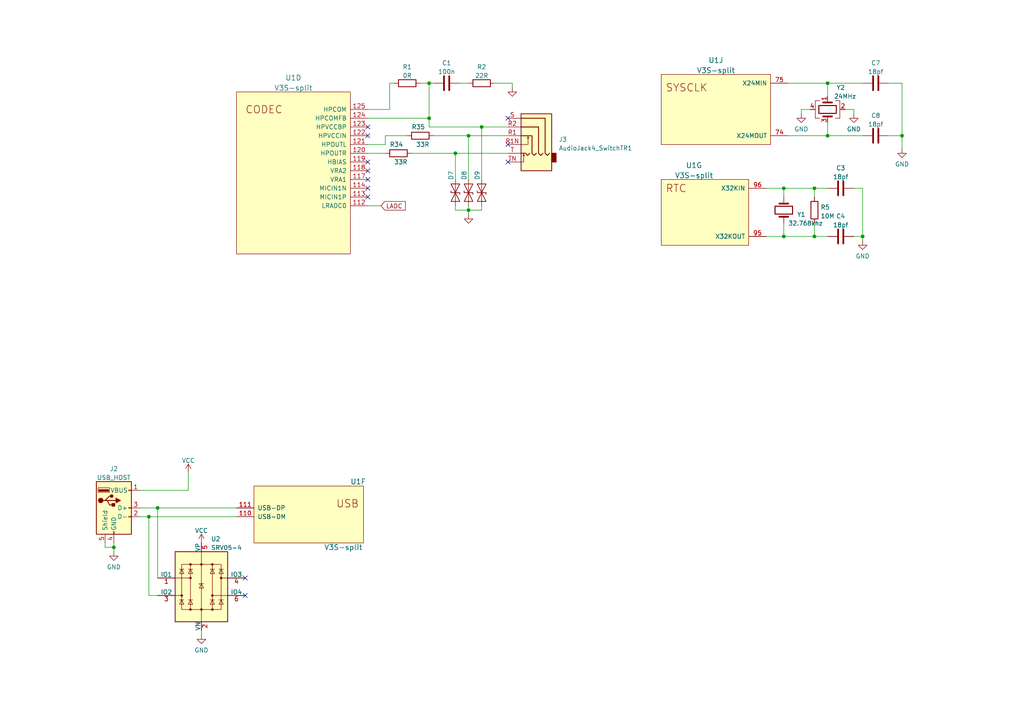
<source format=kicad_sch>
(kicad_sch (version 20211123) (generator eeschema)
  (paper "A4")
  (lib_symbols
    (symbol "Allwinner:V3S-split" (pin_names (offset 1.016))
      (property "Reference" "U1" (at 12.7 67.31 0))
      (property "Value" "V3S-split" (at -12.7 67.31 0))
      (symbol "V3S-split_1_0"
        (text "Power" (at -16.51 60.96 0) (effects (font (size 2.159 2.159)) (justify left bottom)))
        (pin power_in line (at 19.05 33.02 180) (length 5.08) (name "VCC-IO0") (number "104"))
        (pin power_in line (at 19.05 49.53 180) (length 5.08) (name "VDD-SYS1") (number "108"))
        (pin power_in line (at -22.86 13.97 0) (length 5.08) (name "AVCC") (number "115"))
        (pin power_in line (at -22.86 11.43 0) (length 5.08) (name "AGND") (number "116"))
        (pin power_in line (at 19.05 -5.08 180) (length 5.08) (name "VCC-PE0") (number "12"))
        (pin power_in line (at 19.05 46.99 180) (length 5.08) (name "VDD-SYS2") (number "126"))
        (pin power_in line (at 19.05 30.48 180) (length 5.08) (name "VCC-IO1") (number "127"))
        (pin power_in line (at 19.05 44.45 180) (length 5.08) (name "VDD-SYS3") (number "19"))
        (pin power_in line (at -22.86 49.53 0) (length 5.08) (name "VDD-CPU3") (number "20"))
        (pin power_in line (at -22.86 52.07 0) (length 5.08) (name "VDD-CPU2") (number "21"))
        (pin power_in line (at -22.86 54.61 0) (length 5.08) (name "VDD-CPU1") (number "25"))
        (pin power_in line (at -22.86 57.15 0) (length 5.08) (name "VDD-CPU0") (number "26"))
        (pin power_in line (at 19.05 -7.62 180) (length 5.08) (name "VCC-PE1") (number "29"))
        (pin power_in line (at -22.86 46.99 0) (length 5.08) (name "VDD-CPU4") (number "38"))
        (pin power_in line (at -22.86 44.45 0) (length 5.08) (name "VDD-CPU5") (number "47"))
        (pin power_in line (at 19.05 25.4 180) (length 5.08) (name "VCC-IO3") (number "50"))
        (pin power_in line (at -22.86 41.91 0) (length 5.08) (name "VDD-CPU6") (number "51"))
        (pin power_in line (at -22.86 39.37 0) (length 5.08) (name "VDD-CPU7") (number "56"))
        (pin power_in line (at 19.05 27.94 180) (length 5.08) (name "VCC-IO2") (number "57"))
        (pin power_in line (at 19.05 41.91 180) (length 5.08) (name "VDD-SYS4") (number "58"))
        (pin power_in line (at -22.86 -30.48 0) (length 5.08) (name "VCC-DRAM8") (number "59"))
        (pin power_in line (at -22.86 -33.02 0) (length 5.08) (name "VCC-DRAM9") (number "60"))
        (pin power_in line (at -22.86 -35.56 0) (length 5.08) (name "VCC-DRAM10") (number "61"))
        (pin power_in line (at -22.86 -38.1 0) (length 5.08) (name "VCC-DRAM11") (number "62"))
        (pin passive line (at -22.86 20.32 0) (length 5.08) (name "SVREF1") (number "63"))
        (pin power_in line (at 19.05 39.37 180) (length 5.08) (name "VDD-SYS5") (number "64"))
        (pin power_in line (at -22.86 -10.16 0) (length 5.08) (name "VCC-DRAM0") (number "65"))
        (pin power_in line (at -22.86 -12.7 0) (length 5.08) (name "VCC-DRAM1") (number "66"))
        (pin power_in line (at -22.86 -15.24 0) (length 5.08) (name "VCC-DRAM2") (number "67"))
        (pin power_in line (at -22.86 -17.78 0) (length 5.08) (name "VCC-DRAM3") (number "68"))
        (pin power_in line (at -22.86 -20.32 0) (length 5.08) (name "VCC-DRAM4") (number "69"))
        (pin power_in line (at -22.86 -22.86 0) (length 5.08) (name "VCC-DRAM5") (number "70"))
        (pin passive line (at -22.86 22.86 0) (length 5.08) (name "SVREF0") (number "71"))
        (pin power_in line (at -22.86 -25.4 0) (length 5.08) (name "VCC-DRAM6") (number "72"))
        (pin passive line (at 19.05 -12.7 180) (length 5.08) (name "SZQ") (number "73"))
        (pin power_in line (at 19.05 3.81 180) (length 5.08) (name "VCC-PLL") (number "76"))
        (pin power_in line (at -22.86 -27.94 0) (length 5.08) (name "VCC-DRAM7") (number "79"))
        (pin power_in line (at 19.05 52.07 180) (length 5.08) (name "VDD-SYS0") (number "80"))
        (pin input line (at 19.05 6.35 180) (length 5.08) (name "VCC-MCSI") (number "85"))
        (pin passive line (at -22.86 2.54 0) (length 5.08) (name "EPHY-VDD") (number "88"))
        (pin passive line (at -22.86 5.08 0) (length 5.08) (name "EPHY-VCC") (number "93"))
        (pin passive line (at 19.05 13.97 180) (length 5.08) (name "RTC-VIO") (number "97"))
        (pin power_in line (at 19.05 16.51 180) (length 5.08) (name "VCC-RTC") (number "98"))
        (pin input inverted (at 19.05 62.23 180) (length 5.08) (name "RESET") (number "99"))
        (pin power_in line (at 19.05 -38.1 180) (length 5.08) (name "EGND") (number "GND$1"))
        (pin power_in line (at 19.05 -35.56 180) (length 5.08) (name "EGND") (number "GND$2"))
        (pin power_in line (at 19.05 -33.02 180) (length 5.08) (name "EGND") (number "GND$3"))
        (pin power_in line (at 19.05 -30.48 180) (length 5.08) (name "EGND") (number "GND$4"))
        (pin power_in line (at 19.05 -27.94 180) (length 5.08) (name "EGND") (number "GND$5"))
        (pin power_in line (at 19.05 -25.4 180) (length 5.08) (name "EGND") (number "GND$6"))
        (pin power_in line (at 19.05 -22.86 180) (length 5.08) (name "EGND") (number "GND$7"))
        (pin power_in line (at 19.05 -20.32 180) (length 5.08) (name "EGND") (number "GND$8"))
        (pin power_in line (at 19.05 -17.78 180) (length 5.08) (name "EGND") (number "GND$9"))
      )
      (symbol "V3S-split_2_0"
        (text "SDC0/UART0" (at -16.51 55.88 0) (effects (font (size 2.159 2.159)) (justify left bottom)))
        (pin bidirectional line (at 19.05 31.75 180) (length 5.08) (name "PF6") (number "100"))
        (pin bidirectional line (at 19.05 46.99 180) (length 5.08) (name "PF5/SDC0_D2/JTAG_CK1") (number "101"))
        (pin bidirectional line (at 19.05 44.45 180) (length 5.08) (name "PF4/SDC0_D3/UART0_RX") (number "102"))
        (pin bidirectional line (at 19.05 39.37 180) (length 5.08) (name "PF3/SDC0_CMD/JTAG_DO1") (number "103"))
        (pin bidirectional line (at 19.05 36.83 180) (length 5.08) (name "PF2/SDC0_CLK/UART0_TX") (number "105"))
        (pin bidirectional line (at 19.05 52.07 180) (length 5.08) (name "PF1/SDC0_D0/JTAG_DI1") (number "106"))
        (pin bidirectional line (at 19.05 49.53 180) (length 5.08) (name "PF0/SDC0_D1/JTAG_MS1") (number "107"))
      )
      (symbol "V3S-split_3_0"
        (text "PG/SDC1" (at -10.16 58.42 0) (effects (font (size 2.159 2.159)) (justify left bottom)))
        (pin bidirectional line (at 19.05 44.45 180) (length 5.08) (name "PG4/SDC1_D2/PG_EINT4") (number "1"))
        (pin bidirectional line (at 19.05 41.91 180) (length 5.08) (name "PG5/SDC1_D3/PG_EINT5") (number "128"))
        (pin bidirectional line (at 19.05 46.99 180) (length 5.08) (name "PG3/SDC1_D1/PG_EINT3") (number "2"))
        (pin bidirectional line (at 19.05 49.53 180) (length 5.08) (name "PG2/SDC1_D0/PG_EINT2") (number "3"))
        (pin bidirectional line (at 19.05 52.07 180) (length 5.08) (name "PG1/SDC1_CMD/PG_EINT1") (number "4"))
        (pin bidirectional line (at 19.05 54.61 180) (length 5.08) (name "PG0/SDC1_CLK/PG_EINT0") (number "5"))
      )
      (symbol "V3S-split_4_0"
        (text "CODEC" (at -15.24 58.42 0) (effects (font (size 2.159 2.159)) (justify left bottom)))
        (pin passive line (at 20.32 31.75 180) (length 5.08) (name "LRADC0") (number "112"))
        (pin passive line (at 20.32 34.29 180) (length 5.08) (name "MICIN1P") (number "113"))
        (pin passive line (at 20.32 36.83 180) (length 5.08) (name "MICIN1N") (number "114"))
        (pin power_out line (at 20.32 39.37 180) (length 5.08) (name "VRA1") (number "117"))
        (pin power_out line (at 20.32 41.91 180) (length 5.08) (name "VRA2") (number "118"))
        (pin passive line (at 20.32 44.45 180) (length 5.08) (name "HBIAS") (number "119"))
        (pin passive line (at 20.32 46.99 180) (length 5.08) (name "HPOUTR") (number "120"))
        (pin passive line (at 20.32 49.53 180) (length 5.08) (name "HPOUTL") (number "121"))
        (pin power_in line (at 20.32 52.07 180) (length 5.08) (name "HPVCCIN") (number "122"))
        (pin power_out line (at 20.32 54.61 180) (length 5.08) (name "HPVCCBP") (number "123"))
        (pin passive line (at 20.32 57.15 180) (length 5.08) (name "HPCOMFB") (number "124"))
        (pin passive line (at 20.32 59.69 180) (length 5.08) (name "HPCOM") (number "125"))
      )
      (symbol "V3S-split_5_0"
        (text "LCD/CSI" (at -19.05 58.42 0) (effects (font (size 2.159 2.159)) (justify left bottom)))
        (pin bidirectional line (at 21.59 -13.97 180) (length 5.08) (name "PE20/CSI_FIELD/CSI_MIPI_MCLK") (number "10"))
        (pin bidirectional line (at 21.59 -1.27 180) (length 5.08) (name "PE19/CSI_D15/LCD_D21") (number "11"))
        (pin bidirectional line (at 21.59 1.27 180) (length 5.08) (name "PE18/CSI_D14/LCD_D20") (number "13"))
        (pin bidirectional line (at 21.59 3.81 180) (length 5.08) (name "PE17/CSI_D13/LCD_D19") (number "14"))
        (pin bidirectional line (at 21.59 6.35 180) (length 5.08) (name "PE16/CSI_D12/LCD_D18") (number "15"))
        (pin bidirectional line (at 21.59 11.43 180) (length 5.08) (name "PE15/CSI_D11/LCD_D15") (number "16"))
        (pin bidirectional line (at 21.59 13.97 180) (length 5.08) (name "PE14/CSI_D10/LCD_D14") (number "17"))
        (pin bidirectional line (at 21.59 16.51 180) (length 5.08) (name "PE13/CSI_D9/LCD_D13") (number "18"))
        (pin bidirectional line (at 21.59 19.05 180) (length 5.08) (name "PE12/CSI_D8/LCD_D12") (number "22"))
        (pin bidirectional line (at 21.59 21.59 180) (length 5.08) (name "PE11/CSI_D7/LCD_D11") (number "23"))
        (pin bidirectional line (at 21.59 24.13 180) (length 5.08) (name "PE10/CSI_D6/LCD_D10") (number "24"))
        (pin bidirectional line (at 21.59 29.21 180) (length 5.08) (name "PE9/CSI_D5/LCD_D7") (number "27"))
        (pin bidirectional line (at 21.59 31.75 180) (length 5.08) (name "PE8/CSI_D4/LCD_D6") (number "28"))
        (pin bidirectional line (at 21.59 34.29 180) (length 5.08) (name "PE7/CSI_D3/LCD_D5") (number "30"))
        (pin bidirectional line (at 21.59 36.83 180) (length 5.08) (name "PE6/CSI_D2/LCD_D4") (number "31"))
        (pin bidirectional line (at 21.59 39.37 180) (length 5.08) (name "PE5/CSI_D1/LCD_D3") (number "32"))
        (pin passive line (at 21.59 41.91 180) (length 5.08) (name "PE4/CSI_D0/LCD_D2") (number "33"))
        (pin bidirectional line (at 21.59 54.61 180) (length 5.08) (name "PE3/CSI_VSYNC/LCD_VSYNC") (number "34"))
        (pin bidirectional line (at 21.59 52.07 180) (length 5.08) (name "PE2/CSI_HSYNC/LCD_HSYNC") (number "35"))
        (pin bidirectional line (at 21.59 49.53 180) (length 5.08) (name "PE1/CSI_MCLK/LCD_DE") (number "36"))
        (pin bidirectional line (at 21.59 46.99 180) (length 5.08) (name "PE0/CSI_PCLK-/LCD_CLK") (number "37"))
        (pin bidirectional line (at 21.59 -6.35 180) (length 5.08) (name "PE24/LCD_D23") (number "6"))
        (pin bidirectional line (at 21.59 -3.81 180) (length 5.08) (name "PE23/LCD_D22") (number "7"))
        (pin bidirectional line (at 21.59 -19.05 180) (length 5.08) (name "PE22/CSI_SDA/TWI1_SDA/UART1_RX") (number "8"))
        (pin bidirectional line (at 21.59 -16.51 180) (length 5.08) (name "PE21/CSI_SCK/TWI1_SCK/UART1_TX") (number "9"))
      )
      (symbol "V3S-split_6_0"
        (text "USB" (at -16.51 58.42 0) (effects (font (size 2.159 2.159)) (justify left bottom)))
        (pin power_in line (at 19.05 53.34 180) (length 5.08) (name "VCC-USB") (number "109"))
        (pin passive line (at 19.05 55.88 180) (length 5.08) (name "USB-DM") (number "110"))
        (pin passive line (at 19.05 58.42 180) (length 5.08) (name "USB-DP") (number "111"))
      )
      (symbol "V3S-split_7_0"
        (text "RTC" (at -16.51 58.42 0) (effects (font (size 2.159 2.159)) (justify left bottom)))
        (pin passive line (at 19.05 57.15 180) (length 5.08) (name "X32KOUT") (number "95"))
        (pin passive line (at 19.05 59.69 180) (length 5.08) (name "X32KIN") (number "96"))
      )
      (symbol "V3S-split_8_0"
        (text "MIPI" (at -16.51 58.42 0) (effects (font (size 2.159 2.159)) (justify left bottom)))
        (pin input line (at 19.05 45.72 180) (length 5.08) (name "MCSI-D0P") (number "81"))
        (pin input line (at 19.05 48.26 180) (length 5.08) (name "MCSI-D0N") (number "82"))
        (pin input line (at 19.05 50.8 180) (length 5.08) (name "MCSI-D1P") (number "83"))
        (pin input line (at 19.05 53.34 180) (length 5.08) (name "MCSI-D1N") (number "84"))
        (pin output line (at 19.05 57.15 180) (length 5.08) (name "MCSI-CKP") (number "86"))
        (pin output line (at 19.05 59.69 180) (length 5.08) (name "MCSI-CKN") (number "87"))
      )
      (symbol "V3S-split_9_0"
        (text "SPI" (at -15.24 58.42 0) (effects (font (size 2.159 2.159)) (justify left bottom)))
        (pin bidirectional line (at 19.05 48.26 180) (length 5.08) (name "PC0/SDC2_CLK/SPI_MISO") (number "52"))
        (pin bidirectional line (at 19.05 50.8 180) (length 5.08) (name "PC1/SDC2_CMD/SPI_CLK") (number "53"))
        (pin bidirectional line (at 19.05 53.34 180) (length 5.08) (name "PC2/SDC2_RST/SPI_CS") (number "54"))
        (pin bidirectional line (at 19.05 55.88 180) (length 5.08) (name "PC3/SDC2_D0/SPI_MOSI") (number "55"))
      )
      (symbol "V3S-split_10_0"
        (text "SYSCLK" (at -16.51 59.69 0) (effects (font (size 2.159 2.159)) (justify left bottom)))
        (pin passive line (at 19.05 55.88 180) (length 5.08) (name "X24MOUT") (number "74"))
        (pin passive line (at 19.05 58.42 180) (length 5.08) (name "X24MIN") (number "75"))
      )
      (symbol "V3S-split_11_0"
        (text "PWM0/1" (at -21.59 39.37 0) (effects (font (size 2.159 2.159)) (justify left bottom)))
        (text "TWI0/1" (at -21.59 27.94 0) (effects (font (size 2.159 2.159)) (justify left bottom)))
        (text "UART2" (at -21.59 57.15 0) (effects (font (size 2.159 2.159)) (justify left bottom)))
        (pin bidirectional line (at 20.32 46.99 180) (length 5.08) (name "PB0/UART2_TX/PB_EINT0") (number "39"))
        (pin bidirectional line (at 20.32 49.53 180) (length 5.08) (name "PB1/UART2_RX/PB_EINT1") (number "40"))
        (pin bidirectional line (at 20.32 52.07 180) (length 5.08) (name "PB2/UART2_RTS/PB_EINT2") (number "41"))
        (pin bidirectional line (at 20.32 54.61 180) (length 5.08) (name "PB3/UART2_CTS/PB_EINT3") (number "42"))
        (pin bidirectional line (at 20.32 34.29 180) (length 5.08) (name "PB4/PWM0/PB_EINT4") (number "43"))
        (pin bidirectional line (at 20.32 36.83 180) (length 5.08) (name "PB5/PWM1/PB_EINT5") (number "44"))
        (pin bidirectional line (at 20.32 15.24 180) (length 5.08) (name "PB6/TWI0_SCK/PB_EINT6") (number "45"))
        (pin bidirectional line (at 20.32 17.78 180) (length 5.08) (name "PB7/TWI0_SDA/PB_EINT7") (number "46"))
        (pin bidirectional line (at 20.32 22.86 180) (length 5.08) (name "PB8/TWI1_SCK/UART0_TX/PB_EINT8") (number "48"))
        (pin bidirectional line (at 20.32 25.4 180) (length 5.08) (name "PB9/TWI1_SDA/UART0_RX/PB_EINT9") (number "49"))
      )
      (symbol "V3S-split_12_0"
        (text "EPHY" (at -15.24 59.69 0) (effects (font (size 2.159 2.159)) (justify left bottom)))
        (pin passive line (at 19.05 40.64 180) (length 5.08) (name "EPHY-LINK-LED") (number "77"))
        (pin passive line (at 19.05 43.18 180) (length 5.08) (name "EPHY-SPD-LED") (number "78"))
        (pin passive line (at 19.05 48.26 180) (length 5.08) (name "EPHY-RXN") (number "89"))
        (pin passive line (at 19.05 50.8 180) (length 5.08) (name "EPHY-RXP") (number "90"))
        (pin passive line (at 19.05 53.34 180) (length 5.08) (name "EPHY-TXN") (number "91"))
        (pin passive line (at 19.05 55.88 180) (length 5.08) (name "EPHY-TXP") (number "92"))
        (pin passive line (at 19.05 58.42 180) (length 5.08) (name "EPHY-RTX") (number "94"))
      )
    )
    (symbol "Connector:AudioJack4_SwitchTR1"
      (property "Reference" "J" (at 0 11.43 0))
      (property "Value" "AudioJack4_SwitchTR1" (at 0 8.89 0))
      (symbol "AudioJack4_SwitchTR1_1_1"
        (pin passive line (at 5.08 0 180) (length 2.54) (name "~") (number "R1"))
        (pin passive line (at 5.08 -2.54 180) (length 2.54) (name "~") (number "R1N"))
        (pin passive line (at 5.08 2.54 180) (length 2.54) (name "~") (number "R2"))
        (pin passive line (at 5.08 5.08 180) (length 2.54) (name "~") (number "S"))
        (pin passive line (at 5.08 -5.08 180) (length 2.54) (name "~") (number "T"))
        (pin passive line (at 5.08 -7.62 180) (length 2.54) (name "~") (number "TN"))
      )
    )
    (symbol "Connector:USB_A" (pin_names (offset 1.016))
      (property "Reference" "J2" (at 0 11.3198 0))
      (property "Value" "USB_HOST" (at 0 8.7829 0))
      (symbol "USB_A_1_1"
        (pin power_in line (at 7.62 5.08 180) (length 2.54) (name "VBUS") (number "1"))
        (pin bidirectional line (at 7.62 -2.54 180) (length 2.54) (name "D-") (number "2"))
        (pin bidirectional line (at 7.62 0 180) (length 2.54) (name "D+") (number "3"))
        (pin passive line (at 0 -10.16 90) (length 2.54) (name "GND") (number "4"))
        (pin passive line (at -2.54 -10.16 90) (length 2.54) (name "Shield") (number "5"))
      )
    )
    (symbol "Device:C" (pin_numbers hide) (pin_names (offset 0.254))
      (property "Reference" "C" (at 0.635 2.54 0))
      (property "Value" "C" (at 0.635 -2.54 0))
      (symbol "C_1_1"
        (pin passive line (at 0 3.81 270) (length 2.794) (name "~") (number "1"))
        (pin passive line (at 0 -3.81 90) (length 2.794) (name "~") (number "2"))
      )
    )
    (symbol "Device:Crystal" (pin_numbers hide) (pin_names (offset 1.016) hide)
      (property "Reference" "Y" (at 0 3.81 0))
      (property "Value" "Crystal" (at 0 -3.81 0))
      (symbol "Crystal_1_1"
        (pin passive line (at -3.81 0 0) (length 1.27) (name "1") (number "1"))
        (pin passive line (at 3.81 0 180) (length 1.27) (name "2") (number "2"))
      )
    )
    (symbol "Device:Crystal_GND24" (pin_names (offset 1.016) hide)
      (property "Reference" "Y" (at 3.175 5.08 0))
      (property "Value" "Crystal_GND24" (at 3.175 3.175 0))
      (symbol "Crystal_GND24_1_1"
        (pin passive line (at -3.81 0 0) (length 1.27) (name "1") (number "1"))
        (pin passive line (at 0 5.08 270) (length 1.27) (name "2") (number "2"))
        (pin passive line (at 3.81 0 180) (length 1.27) (name "3") (number "3"))
        (pin passive line (at 0 -5.08 90) (length 1.27) (name "4") (number "4"))
      )
    )
    (symbol "Device:R" (pin_numbers hide) (pin_names (offset 0))
      (property "Reference" "R" (at 2.032 0 90))
      (property "Value" "R" (at 0 0 90))
      (symbol "R_1_1"
        (pin passive line (at 0 3.81 270) (length 1.27) (name "~") (number "1"))
        (pin passive line (at 0 -3.81 90) (length 1.27) (name "~") (number "2"))
      )
    )
    (symbol "Diode:ESD9B3.3ST5G" (pin_numbers hide) (pin_names (offset 1.016) hide)
      (property "Reference" "D" (at 0 2.54 0))
      (property "Value" "ESD9B3.3ST5G" (at 0 -2.54 0))
      (symbol "ESD9B3.3ST5G_1_1"
        (pin passive line (at -3.81 0 0) (length 2.54) (name "A1") (number "1"))
        (pin passive line (at 3.81 0 180) (length 2.54) (name "A2") (number "2"))
      )
    )
    (symbol "Power_Protection:SRV05-4" (pin_names (offset 0))
      (property "Reference" "U" (at -5.08 11.43 0))
      (property "Value" "SRV05-4" (at 2.54 11.43 0))
      (symbol "SRV05-4_1_1"
        (pin passive line (at -12.7 2.54 0) (length 5.08) (name "IO1") (number "1"))
        (pin passive line (at 0 -12.7 90) (length 2.54) (name "VN") (number "2"))
        (pin passive line (at -12.7 -2.54 0) (length 5.08) (name "IO2") (number "3"))
        (pin passive line (at 12.7 2.54 180) (length 5.08) (name "IO3") (number "4"))
        (pin passive line (at 0 12.7 270) (length 2.54) (name "VP") (number "5"))
        (pin passive line (at 12.7 -2.54 180) (length 5.08) (name "IO4") (number "6"))
      )
    )
    (symbol "V3S-split_1" (pin_names (offset 1.016))
      (property "Reference" "U1" (at 18.4912 57.477 0))
      (property "Value" "V3S-split_1" (at 18.4912 54.5293 0))
      (symbol "V3S-split_1_1_0"
        (text "DRAM" (at -17.78 -5.08 0) (effects (font (size 2.159 2.159)) (justify left bottom)))
        (text "Power" (at -16.51 60.96 0) (effects (font (size 2.159 2.159)) (justify left bottom)))
        (pin power_in line (at 19.05 33.02 180) (length 5.08) (name "VCC-IO0") (number "104"))
        (pin power_in line (at 19.05 49.53 180) (length 5.08) (name "VDD-SYS1") (number "108"))
        (pin power_in line (at 19.05 -1.27 180) (length 5.08) (name "VCC-USB") (number "109"))
        (pin power_in line (at 19.05 6.35 180) (length 5.08) (name "VCC-PE0") (number "12"))
        (pin power_in line (at 19.05 46.99 180) (length 5.08) (name "VDD-SYS2") (number "126"))
        (pin power_in line (at 19.05 30.48 180) (length 5.08) (name "VCC-IO1") (number "127"))
        (pin power_in line (at 19.05 44.45 180) (length 5.08) (name "VDD-SYS3") (number "19"))
        (pin power_in line (at -22.86 49.53 0) (length 5.08) (name "VDD-CPU3") (number "20"))
        (pin power_in line (at -22.86 52.07 0) (length 5.08) (name "VDD-CPU2") (number "21"))
        (pin power_in line (at -22.86 54.61 0) (length 5.08) (name "VDD-CPU1") (number "25"))
        (pin power_in line (at -22.86 57.15 0) (length 5.08) (name "VDD-CPU0") (number "26"))
        (pin power_in line (at 19.05 3.81 180) (length 5.08) (name "VCC-PE1") (number "29"))
        (pin power_in line (at -22.86 46.99 0) (length 5.08) (name "VDD-CPU4") (number "38"))
        (pin power_in line (at -22.86 44.45 0) (length 5.08) (name "VDD-CPU5") (number "47"))
        (pin power_in line (at 19.05 25.4 180) (length 5.08) (name "VCC-IO3") (number "50"))
        (pin power_in line (at -22.86 41.91 0) (length 5.08) (name "VDD-CPU6") (number "51"))
        (pin power_in line (at -22.86 39.37 0) (length 5.08) (name "VDD-CPU7") (number "56"))
        (pin power_in line (at 19.05 27.94 180) (length 5.08) (name "VCC-IO2") (number "57"))
        (pin power_in line (at 19.05 41.91 180) (length 5.08) (name "VDD-SYS4") (number "58"))
        (pin power_in line (at 19.05 -34.29 180) (length 5.08) (name "VCC-DRAM8") (number "59"))
        (pin power_in line (at 19.05 -36.83 180) (length 5.08) (name "VCC-DRAM9") (number "60"))
        (pin power_in line (at 19.05 -39.37 180) (length 5.08) (name "VCC-DRAM10") (number "61"))
        (pin power_in line (at 19.05 -41.91 180) (length 5.08) (name "VCC-DRAM11") (number "62"))
        (pin passive line (at 19.05 15.24 180) (length 5.08) (name "SVREF1") (number "63"))
        (pin power_in line (at 19.05 39.37 180) (length 5.08) (name "VDD-SYS5") (number "64"))
        (pin power_in line (at 19.05 -29.21 180) (length 5.08) (name "VCC-DRAM0") (number "65"))
        (pin power_in line (at 19.05 -26.67 180) (length 5.08) (name "VCC-DRAM1") (number "66"))
        (pin power_in line (at 19.05 -24.13 180) (length 5.08) (name "VCC-DRAM2") (number "67"))
        (pin power_in line (at 19.05 -21.59 180) (length 5.08) (name "VCC-DRAM3") (number "68"))
        (pin power_in line (at 19.05 -19.05 180) (length 5.08) (name "VCC-DRAM4") (number "69"))
        (pin power_in line (at 19.05 -16.51 180) (length 5.08) (name "VCC-DRAM5") (number "70"))
        (pin passive line (at 19.05 -13.97 180) (length 5.08) (name "SVREF0") (number "71"))
        (pin power_in line (at 19.05 -11.43 180) (length 5.08) (name "VCC-DRAM6") (number "72"))
        (pin passive line (at 19.05 -8.89 180) (length 5.08) (name "SZQ") (number "73"))
        (pin power_in line (at 19.05 10.16 180) (length 5.08) (name "VCC-PLL") (number "76"))
        (pin power_in line (at 19.05 -31.75 180) (length 5.08) (name "VCC-DRAM7") (number "79"))
        (pin power_in line (at 19.05 52.07 180) (length 5.08) (name "VDD-SYS0") (number "80"))
        (pin input line (at 19.05 12.7 180) (length 5.08) (name "VCC-MCSI") (number "85"))
        (pin passive line (at -22.86 3.81 0) (length 5.08) (name "EPHY-VDD") (number "88"))
        (pin passive line (at -22.86 6.35 0) (length 5.08) (name "EPHY-VCC") (number "93"))
        (pin passive line (at 19.05 17.78 180) (length 5.08) (name "RTC-VIO") (number "97"))
        (pin power_in line (at 19.05 20.32 180) (length 5.08) (name "VCC-RTC") (number "98"))
        (pin input inverted (at 19.05 58.42 180) (length 5.08) (name "RESET") (number "99"))
        (pin power_in line (at -22.86 12.7 0) (length 5.08) (name "EGND") (number "GND$1"))
        (pin power_in line (at -22.86 15.24 0) (length 5.08) (name "EGND") (number "GND$2"))
        (pin power_in line (at -22.86 17.78 0) (length 5.08) (name "EGND") (number "GND$3"))
        (pin power_in line (at -22.86 20.32 0) (length 5.08) (name "EGND") (number "GND$4"))
        (pin power_in line (at -22.86 22.86 0) (length 5.08) (name "EGND") (number "GND$5"))
        (pin power_in line (at -22.86 25.4 0) (length 5.08) (name "EGND") (number "GND$6"))
        (pin power_in line (at -22.86 27.94 0) (length 5.08) (name "EGND") (number "GND$7"))
        (pin power_in line (at -22.86 30.48 0) (length 5.08) (name "EGND") (number "GND$8"))
        (pin power_in line (at -22.86 33.02 0) (length 5.08) (name "EGND") (number "GND$9"))
      )
      (symbol "V3S-split_1_2_0"
        (text "SDC0/UART0" (at -16.51 55.88 0) (effects (font (size 2.159 2.159)) (justify left bottom)))
        (pin bidirectional line (at 19.05 31.75 180) (length 5.08) (name "PF6") (number "100"))
        (pin bidirectional line (at 19.05 46.99 180) (length 5.08) (name "PF5/SDC0_D2/JTAG_CK1") (number "101"))
        (pin bidirectional line (at 19.05 44.45 180) (length 5.08) (name "PF4/SDC0_D3/UART0_RX") (number "102"))
        (pin bidirectional line (at 19.05 39.37 180) (length 5.08) (name "PF3/SDC0_CMD/JTAG_DO1") (number "103"))
        (pin bidirectional line (at 19.05 36.83 180) (length 5.08) (name "PF2/SDC0_CLK/UART0_TX") (number "105"))
        (pin bidirectional line (at 19.05 52.07 180) (length 5.08) (name "PF1/SDC0_D0/JTAG_DI1") (number "106"))
        (pin bidirectional line (at 19.05 49.53 180) (length 5.08) (name "PF0/SDC0_D1/JTAG_MS1") (number "107"))
      )
      (symbol "V3S-split_1_3_0"
        (text "PG/SDC1" (at -10.16 58.42 0) (effects (font (size 2.159 2.159)) (justify left bottom)))
        (pin bidirectional line (at 19.05 44.45 180) (length 5.08) (name "PG4/SDC1_D2/PG_EINT4") (number "1"))
        (pin bidirectional line (at 19.05 41.91 180) (length 5.08) (name "PG5/SDC1_D3/PG_EINT5") (number "128"))
        (pin bidirectional line (at 19.05 46.99 180) (length 5.08) (name "PG3/SDC1_D1/PG_EINT3") (number "2"))
        (pin bidirectional line (at 19.05 49.53 180) (length 5.08) (name "PG2/SDC1_D0/PG_EINT2") (number "3"))
        (pin bidirectional line (at 19.05 52.07 180) (length 5.08) (name "PG1/SDC1_CMD/PG_EINT1") (number "4"))
        (pin bidirectional line (at 19.05 54.61 180) (length 5.08) (name "PG0/SDC1_CLK/PG_EINT0") (number "5"))
      )
      (symbol "V3S-split_1_4_0"
        (text "CODEC" (at -15.24 58.42 0) (effects (font (size 2.159 2.159)) (justify left bottom)))
        (pin passive line (at 20.32 31.75 180) (length 5.08) (name "LRADC0") (number "112"))
        (pin passive line (at 20.32 34.29 180) (length 5.08) (name "MICIN1P") (number "113"))
        (pin passive line (at 20.32 36.83 180) (length 5.08) (name "MICIN1N") (number "114"))
        (pin power_in line (at 20.32 25.4 180) (length 5.08) (name "AVCC") (number "115"))
        (pin power_in line (at 20.32 22.86 180) (length 5.08) (name "AGND") (number "116"))
        (pin power_out line (at 20.32 39.37 180) (length 5.08) (name "VRA1") (number "117"))
        (pin power_out line (at 20.32 41.91 180) (length 5.08) (name "VRA2") (number "118"))
        (pin passive line (at 20.32 44.45 180) (length 5.08) (name "HBIAS") (number "119"))
        (pin passive line (at 20.32 46.99 180) (length 5.08) (name "HPOUTR") (number "120"))
        (pin passive line (at 20.32 49.53 180) (length 5.08) (name "HPOUTL") (number "121"))
        (pin power_in line (at 20.32 52.07 180) (length 5.08) (name "HPVCCIN") (number "122"))
        (pin power_out line (at 20.32 54.61 180) (length 5.08) (name "HPVCCBP") (number "123"))
        (pin passive line (at 20.32 57.15 180) (length 5.08) (name "HPCOMFB") (number "124"))
        (pin passive line (at 20.32 59.69 180) (length 5.08) (name "HPCOM") (number "125"))
      )
      (symbol "V3S-split_1_5_0"
        (text "LCD/CSI" (at -19.05 58.42 0) (effects (font (size 2.159 2.159)) (justify left bottom)))
        (pin bidirectional line (at 21.59 -13.97 180) (length 5.08) (name "PE20/CSI_FIELD/CSI_MIPI_MCLK") (number "10"))
        (pin bidirectional line (at 21.59 -1.27 180) (length 5.08) (name "PE19/CSI_D15/LCD_D21") (number "11"))
        (pin bidirectional line (at 21.59 1.27 180) (length 5.08) (name "PE18/CSI_D14/LCD_D20") (number "13"))
        (pin bidirectional line (at 21.59 3.81 180) (length 5.08) (name "PE17/CSI_D13/LCD_D19") (number "14"))
        (pin bidirectional line (at 21.59 6.35 180) (length 5.08) (name "PE16/CSI_D12/LCD_D18") (number "15"))
        (pin bidirectional line (at 21.59 11.43 180) (length 5.08) (name "PE15/CSI_D11/LCD_D15") (number "16"))
        (pin bidirectional line (at 21.59 13.97 180) (length 5.08) (name "PE14/CSI_D10/LCD_D14") (number "17"))
        (pin bidirectional line (at 21.59 16.51 180) (length 5.08) (name "PE13/CSI_D9/LCD_D13") (number "18"))
        (pin bidirectional line (at 21.59 19.05 180) (length 5.08) (name "PE12/CSI_D8/LCD_D12") (number "22"))
        (pin bidirectional line (at 21.59 21.59 180) (length 5.08) (name "PE11/CSI_D7/LCD_D11") (number "23"))
        (pin bidirectional line (at 21.59 24.13 180) (length 5.08) (name "PE10/CSI_D6/LCD_D10") (number "24"))
        (pin bidirectional line (at 21.59 29.21 180) (length 5.08) (name "PE9/CSI_D5/LCD_D7") (number "27"))
        (pin bidirectional line (at 21.59 31.75 180) (length 5.08) (name "PE8/CSI_D4/LCD_D6") (number "28"))
        (pin bidirectional line (at 21.59 34.29 180) (length 5.08) (name "PE7/CSI_D3/LCD_D5") (number "30"))
        (pin bidirectional line (at 21.59 36.83 180) (length 5.08) (name "PE6/CSI_D2/LCD_D4") (number "31"))
        (pin bidirectional line (at 21.59 39.37 180) (length 5.08) (name "PE5/CSI_D1/LCD_D3") (number "32"))
        (pin passive line (at 21.59 41.91 180) (length 5.08) (name "PE4/CSI_D0/LCD_D2") (number "33"))
        (pin bidirectional line (at 21.59 54.61 180) (length 5.08) (name "PE3/CSI_VSYNC/LCD_VSYNC") (number "34"))
        (pin bidirectional line (at 21.59 52.07 180) (length 5.08) (name "PE2/CSI_HSYNC/LCD_HSYNC") (number "35"))
        (pin bidirectional line (at 21.59 49.53 180) (length 5.08) (name "PE1/CSI_MCLK/LCD_DE") (number "36"))
        (pin bidirectional line (at 21.59 46.99 180) (length 5.08) (name "PE0/CSI_PCLK-/LCD_CLK") (number "37"))
        (pin bidirectional line (at 21.59 -6.35 180) (length 5.08) (name "PE24/LCD_D23") (number "6"))
        (pin bidirectional line (at 21.59 -3.81 180) (length 5.08) (name "PE23/LCD_D22") (number "7"))
        (pin bidirectional line (at 21.59 -19.05 180) (length 5.08) (name "PE22/CSI_SDA/TWI1_SDA/UART1_RX") (number "8"))
        (pin bidirectional line (at 21.59 -16.51 180) (length 5.08) (name "PE21/CSI_SCK/TWI1_SCK/UART1_TX") (number "9"))
      )
      (symbol "V3S-split_1_6_0"
        (text "USB" (at -16.51 58.42 0) (effects (font (size 2.159 2.159)) (justify left bottom)))
        (pin passive line (at 19.05 55.88 180) (length 5.08) (name "USB-DM") (number "110"))
        (pin passive line (at 19.05 58.42 180) (length 5.08) (name "USB-DP") (number "111"))
      )
      (symbol "V3S-split_1_7_0"
        (text "RTC" (at -16.51 58.42 0) (effects (font (size 2.159 2.159)) (justify left bottom)))
        (pin passive line (at 19.05 57.15 180) (length 5.08) (name "X32KOUT") (number "95"))
        (pin passive line (at 19.05 59.69 180) (length 5.08) (name "X32KIN") (number "96"))
      )
      (symbol "V3S-split_1_8_0"
        (text "MIPI" (at -16.51 58.42 0) (effects (font (size 2.159 2.159)) (justify left bottom)))
        (pin input line (at 19.05 45.72 180) (length 5.08) (name "MCSI-D0P") (number "81"))
        (pin input line (at 19.05 48.26 180) (length 5.08) (name "MCSI-D0N") (number "82"))
        (pin input line (at 19.05 50.8 180) (length 5.08) (name "MCSI-D1P") (number "83"))
        (pin input line (at 19.05 53.34 180) (length 5.08) (name "MCSI-D1N") (number "84"))
        (pin output line (at 19.05 57.15 180) (length 5.08) (name "MCSI-CKP") (number "86"))
        (pin output line (at 19.05 59.69 180) (length 5.08) (name "MCSI-CKN") (number "87"))
      )
      (symbol "V3S-split_1_9_0"
        (text "SPI" (at -15.24 58.42 0) (effects (font (size 2.159 2.159)) (justify left bottom)))
        (pin bidirectional line (at 19.05 48.26 180) (length 5.08) (name "PC0/SDC2_CLK/SPI_MISO") (number "52"))
        (pin bidirectional line (at 19.05 50.8 180) (length 5.08) (name "PC1/SDC2_CMD/SPI_CLK") (number "53"))
        (pin bidirectional line (at 19.05 53.34 180) (length 5.08) (name "PC2/SDC2_RST/SPI_CS") (number "54"))
        (pin bidirectional line (at 19.05 55.88 180) (length 5.08) (name "PC3/SDC2_D0/SPI_MOSI") (number "55"))
      )
      (symbol "V3S-split_1_10_0"
        (text "SYSCLK" (at -16.51 59.69 0) (effects (font (size 2.159 2.159)) (justify left bottom)))
        (pin passive line (at 19.05 55.88 180) (length 5.08) (name "X24MOUT") (number "74"))
        (pin passive line (at 19.05 58.42 180) (length 5.08) (name "X24MIN") (number "75"))
      )
      (symbol "V3S-split_1_11_0"
        (text "PWM0/1" (at -21.59 39.37 0) (effects (font (size 2.159 2.159)) (justify left bottom)))
        (text "TWI0/1" (at -21.59 27.94 0) (effects (font (size 2.159 2.159)) (justify left bottom)))
        (text "UART2" (at -21.59 57.15 0) (effects (font (size 2.159 2.159)) (justify left bottom)))
        (pin bidirectional line (at 20.32 46.99 180) (length 5.08) (name "PB0/UART2_TX/PB_EINT0") (number "39"))
        (pin bidirectional line (at 20.32 49.53 180) (length 5.08) (name "PB1/UART2_RX/PB_EINT1") (number "40"))
        (pin bidirectional line (at 20.32 52.07 180) (length 5.08) (name "PB2/UART2_RTS/PB_EINT2") (number "41"))
        (pin bidirectional line (at 20.32 54.61 180) (length 5.08) (name "PB3/UART2_CTS/PB_EINT3") (number "42"))
        (pin bidirectional line (at 20.32 34.29 180) (length 5.08) (name "PB4/PWM0/PB_EINT4") (number "43"))
        (pin bidirectional line (at 20.32 36.83 180) (length 5.08) (name "PB5/PWM1/PB_EINT5") (number "44"))
        (pin bidirectional line (at 20.32 15.24 180) (length 5.08) (name "PB6/TWI0_SCK/PB_EINT6") (number "45"))
        (pin bidirectional line (at 20.32 17.78 180) (length 5.08) (name "PB7/TWI0_SDA/PB_EINT7") (number "46"))
        (pin bidirectional line (at 20.32 22.86 180) (length 5.08) (name "PB8/TWI1_SCK/UART0_TX/PB_EINT8") (number "48"))
        (pin bidirectional line (at 20.32 25.4 180) (length 5.08) (name "PB9/TWI1_SDA/UART0_RX/PB_EINT9") (number "49"))
      )
      (symbol "V3S-split_1_12_0"
        (text "EPHY" (at -15.24 59.69 0) (effects (font (size 2.159 2.159)) (justify left bottom)))
        (pin passive line (at 19.05 40.64 180) (length 5.08) (name "EPHY-LINK-LED") (number "77"))
        (pin passive line (at 19.05 43.18 180) (length 5.08) (name "EPHY-SPD-LED") (number "78"))
        (pin passive line (at 19.05 48.26 180) (length 5.08) (name "EPHY-RXN") (number "89"))
        (pin passive line (at 19.05 50.8 180) (length 5.08) (name "EPHY-RXP") (number "90"))
        (pin passive line (at 19.05 53.34 180) (length 5.08) (name "EPHY-TXN") (number "91"))
        (pin passive line (at 19.05 55.88 180) (length 5.08) (name "EPHY-TXP") (number "92"))
        (pin passive line (at 19.05 58.42 180) (length 5.08) (name "EPHY-RTX") (number "94"))
      )
    )
    (symbol "V3S-split_2" (pin_names (offset 1.016))
      (property "Reference" "U1" (at -1.905 68.879 0))
      (property "Value" "V3S-split_2" (at -1.905 65.9313 0))
      (symbol "V3S-split_2_1_0"
        (text "DRAM" (at -17.78 -5.08 0) (effects (font (size 2.159 2.159)) (justify left bottom)))
        (text "Power" (at -16.51 60.96 0) (effects (font (size 2.159 2.159)) (justify left bottom)))
        (pin power_in line (at 19.05 33.02 180) (length 5.08) (name "VCC-IO0") (number "104"))
        (pin power_in line (at 19.05 49.53 180) (length 5.08) (name "VDD-SYS1") (number "108"))
        (pin power_in line (at 19.05 6.35 180) (length 5.08) (name "VCC-PE0") (number "12"))
        (pin power_in line (at 19.05 46.99 180) (length 5.08) (name "VDD-SYS2") (number "126"))
        (pin power_in line (at 19.05 30.48 180) (length 5.08) (name "VCC-IO1") (number "127"))
        (pin power_in line (at 19.05 44.45 180) (length 5.08) (name "VDD-SYS3") (number "19"))
        (pin power_in line (at -22.86 49.53 0) (length 5.08) (name "VDD-CPU3") (number "20"))
        (pin power_in line (at -22.86 52.07 0) (length 5.08) (name "VDD-CPU2") (number "21"))
        (pin power_in line (at -22.86 54.61 0) (length 5.08) (name "VDD-CPU1") (number "25"))
        (pin power_in line (at -22.86 57.15 0) (length 5.08) (name "VDD-CPU0") (number "26"))
        (pin power_in line (at 19.05 3.81 180) (length 5.08) (name "VCC-PE1") (number "29"))
        (pin power_in line (at -22.86 46.99 0) (length 5.08) (name "VDD-CPU4") (number "38"))
        (pin power_in line (at -22.86 44.45 0) (length 5.08) (name "VDD-CPU5") (number "47"))
        (pin power_in line (at 19.05 25.4 180) (length 5.08) (name "VCC-IO3") (number "50"))
        (pin power_in line (at -22.86 41.91 0) (length 5.08) (name "VDD-CPU6") (number "51"))
        (pin power_in line (at -22.86 39.37 0) (length 5.08) (name "VDD-CPU7") (number "56"))
        (pin power_in line (at 19.05 27.94 180) (length 5.08) (name "VCC-IO2") (number "57"))
        (pin power_in line (at 19.05 41.91 180) (length 5.08) (name "VDD-SYS4") (number "58"))
        (pin power_in line (at 19.05 -34.29 180) (length 5.08) (name "VCC-DRAM8") (number "59"))
        (pin power_in line (at 19.05 -36.83 180) (length 5.08) (name "VCC-DRAM9") (number "60"))
        (pin power_in line (at 19.05 -39.37 180) (length 5.08) (name "VCC-DRAM10") (number "61"))
        (pin power_in line (at 19.05 -41.91 180) (length 5.08) (name "VCC-DRAM11") (number "62"))
        (pin passive line (at 19.05 15.24 180) (length 5.08) (name "SVREF1") (number "63"))
        (pin power_in line (at 19.05 39.37 180) (length 5.08) (name "VDD-SYS5") (number "64"))
        (pin power_in line (at 19.05 -29.21 180) (length 5.08) (name "VCC-DRAM0") (number "65"))
        (pin power_in line (at 19.05 -26.67 180) (length 5.08) (name "VCC-DRAM1") (number "66"))
        (pin power_in line (at 19.05 -24.13 180) (length 5.08) (name "VCC-DRAM2") (number "67"))
        (pin power_in line (at 19.05 -21.59 180) (length 5.08) (name "VCC-DRAM3") (number "68"))
        (pin power_in line (at 19.05 -19.05 180) (length 5.08) (name "VCC-DRAM4") (number "69"))
        (pin power_in line (at 19.05 -16.51 180) (length 5.08) (name "VCC-DRAM5") (number "70"))
        (pin passive line (at 19.05 -13.97 180) (length 5.08) (name "SVREF0") (number "71"))
        (pin power_in line (at 19.05 -11.43 180) (length 5.08) (name "VCC-DRAM6") (number "72"))
        (pin passive line (at 19.05 -8.89 180) (length 5.08) (name "SZQ") (number "73"))
        (pin power_in line (at 19.05 10.16 180) (length 5.08) (name "VCC-PLL") (number "76"))
        (pin power_in line (at 19.05 -31.75 180) (length 5.08) (name "VCC-DRAM7") (number "79"))
        (pin power_in line (at 19.05 52.07 180) (length 5.08) (name "VDD-SYS0") (number "80"))
        (pin input line (at 19.05 12.7 180) (length 5.08) (name "VCC-MCSI") (number "85"))
        (pin passive line (at -22.86 3.81 0) (length 5.08) (name "EPHY-VDD") (number "88"))
        (pin passive line (at -22.86 6.35 0) (length 5.08) (name "EPHY-VCC") (number "93"))
        (pin passive line (at 19.05 17.78 180) (length 5.08) (name "RTC-VIO") (number "97"))
        (pin power_in line (at 19.05 20.32 180) (length 5.08) (name "VCC-RTC") (number "98"))
        (pin input inverted (at 19.05 58.42 180) (length 5.08) (name "RESET") (number "99"))
        (pin power_in line (at -22.86 12.7 0) (length 5.08) (name "EGND") (number "GND$1"))
        (pin power_in line (at -22.86 15.24 0) (length 5.08) (name "EGND") (number "GND$2"))
        (pin power_in line (at -22.86 17.78 0) (length 5.08) (name "EGND") (number "GND$3"))
        (pin power_in line (at -22.86 20.32 0) (length 5.08) (name "EGND") (number "GND$4"))
        (pin power_in line (at -22.86 22.86 0) (length 5.08) (name "EGND") (number "GND$5"))
        (pin power_in line (at -22.86 25.4 0) (length 5.08) (name "EGND") (number "GND$6"))
        (pin power_in line (at -22.86 27.94 0) (length 5.08) (name "EGND") (number "GND$7"))
        (pin power_in line (at -22.86 30.48 0) (length 5.08) (name "EGND") (number "GND$8"))
        (pin power_in line (at -22.86 33.02 0) (length 5.08) (name "EGND") (number "GND$9"))
      )
      (symbol "V3S-split_2_2_0"
        (text "SDC0/UART0" (at -16.51 55.88 0) (effects (font (size 2.159 2.159)) (justify left bottom)))
        (pin bidirectional line (at 19.05 31.75 180) (length 5.08) (name "PF6") (number "100"))
        (pin bidirectional line (at 19.05 46.99 180) (length 5.08) (name "PF5/SDC0_D2/JTAG_CK1") (number "101"))
        (pin bidirectional line (at 19.05 44.45 180) (length 5.08) (name "PF4/SDC0_D3/UART0_RX") (number "102"))
        (pin bidirectional line (at 19.05 39.37 180) (length 5.08) (name "PF3/SDC0_CMD/JTAG_DO1") (number "103"))
        (pin bidirectional line (at 19.05 36.83 180) (length 5.08) (name "PF2/SDC0_CLK/UART0_TX") (number "105"))
        (pin bidirectional line (at 19.05 52.07 180) (length 5.08) (name "PF1/SDC0_D0/JTAG_DI1") (number "106"))
        (pin bidirectional line (at 19.05 49.53 180) (length 5.08) (name "PF0/SDC0_D1/JTAG_MS1") (number "107"))
      )
      (symbol "V3S-split_2_3_0"
        (text "PG/SDC1" (at -10.16 58.42 0) (effects (font (size 2.159 2.159)) (justify left bottom)))
        (pin bidirectional line (at 19.05 44.45 180) (length 5.08) (name "PG4/SDC1_D2/PG_EINT4") (number "1"))
        (pin bidirectional line (at 19.05 41.91 180) (length 5.08) (name "PG5/SDC1_D3/PG_EINT5") (number "128"))
        (pin bidirectional line (at 19.05 46.99 180) (length 5.08) (name "PG3/SDC1_D1/PG_EINT3") (number "2"))
        (pin bidirectional line (at 19.05 49.53 180) (length 5.08) (name "PG2/SDC1_D0/PG_EINT2") (number "3"))
        (pin bidirectional line (at 19.05 52.07 180) (length 5.08) (name "PG1/SDC1_CMD/PG_EINT1") (number "4"))
        (pin bidirectional line (at 19.05 54.61 180) (length 5.08) (name "PG0/SDC1_CLK/PG_EINT0") (number "5"))
      )
      (symbol "V3S-split_2_4_0"
        (text "CODEC" (at -15.24 58.42 0) (effects (font (size 2.159 2.159)) (justify left bottom)))
        (pin passive line (at 20.32 31.75 180) (length 5.08) (name "LRADC0") (number "112"))
        (pin passive line (at 20.32 34.29 180) (length 5.08) (name "MICIN1P") (number "113"))
        (pin passive line (at 20.32 36.83 180) (length 5.08) (name "MICIN1N") (number "114"))
        (pin power_in line (at 20.32 25.4 180) (length 5.08) (name "AVCC") (number "115"))
        (pin power_in line (at 20.32 22.86 180) (length 5.08) (name "AGND") (number "116"))
        (pin power_out line (at 20.32 39.37 180) (length 5.08) (name "VRA1") (number "117"))
        (pin power_out line (at 20.32 41.91 180) (length 5.08) (name "VRA2") (number "118"))
        (pin passive line (at 20.32 44.45 180) (length 5.08) (name "HBIAS") (number "119"))
        (pin passive line (at 20.32 46.99 180) (length 5.08) (name "HPOUTR") (number "120"))
        (pin passive line (at 20.32 49.53 180) (length 5.08) (name "HPOUTL") (number "121"))
        (pin power_in line (at 20.32 52.07 180) (length 5.08) (name "HPVCCIN") (number "122"))
        (pin power_out line (at 20.32 54.61 180) (length 5.08) (name "HPVCCBP") (number "123"))
        (pin passive line (at 20.32 57.15 180) (length 5.08) (name "HPCOMFB") (number "124"))
        (pin passive line (at 20.32 59.69 180) (length 5.08) (name "HPCOM") (number "125"))
      )
      (symbol "V3S-split_2_5_0"
        (text "LCD/CSI" (at -19.05 58.42 0) (effects (font (size 2.159 2.159)) (justify left bottom)))
        (pin bidirectional line (at 21.59 -13.97 180) (length 5.08) (name "PE20/CSI_FIELD/CSI_MIPI_MCLK") (number "10"))
        (pin bidirectional line (at 21.59 -1.27 180) (length 5.08) (name "PE19/CSI_D15/LCD_D21") (number "11"))
        (pin bidirectional line (at 21.59 1.27 180) (length 5.08) (name "PE18/CSI_D14/LCD_D20") (number "13"))
        (pin bidirectional line (at 21.59 3.81 180) (length 5.08) (name "PE17/CSI_D13/LCD_D19") (number "14"))
        (pin bidirectional line (at 21.59 6.35 180) (length 5.08) (name "PE16/CSI_D12/LCD_D18") (number "15"))
        (pin bidirectional line (at 21.59 11.43 180) (length 5.08) (name "PE15/CSI_D11/LCD_D15") (number "16"))
        (pin bidirectional line (at 21.59 13.97 180) (length 5.08) (name "PE14/CSI_D10/LCD_D14") (number "17"))
        (pin bidirectional line (at 21.59 16.51 180) (length 5.08) (name "PE13/CSI_D9/LCD_D13") (number "18"))
        (pin bidirectional line (at 21.59 19.05 180) (length 5.08) (name "PE12/CSI_D8/LCD_D12") (number "22"))
        (pin bidirectional line (at 21.59 21.59 180) (length 5.08) (name "PE11/CSI_D7/LCD_D11") (number "23"))
        (pin bidirectional line (at 21.59 24.13 180) (length 5.08) (name "PE10/CSI_D6/LCD_D10") (number "24"))
        (pin bidirectional line (at 21.59 29.21 180) (length 5.08) (name "PE9/CSI_D5/LCD_D7") (number "27"))
        (pin bidirectional line (at 21.59 31.75 180) (length 5.08) (name "PE8/CSI_D4/LCD_D6") (number "28"))
        (pin bidirectional line (at 21.59 34.29 180) (length 5.08) (name "PE7/CSI_D3/LCD_D5") (number "30"))
        (pin bidirectional line (at 21.59 36.83 180) (length 5.08) (name "PE6/CSI_D2/LCD_D4") (number "31"))
        (pin bidirectional line (at 21.59 39.37 180) (length 5.08) (name "PE5/CSI_D1/LCD_D3") (number "32"))
        (pin passive line (at 21.59 41.91 180) (length 5.08) (name "PE4/CSI_D0/LCD_D2") (number "33"))
        (pin bidirectional line (at 21.59 54.61 180) (length 5.08) (name "PE3/CSI_VSYNC/LCD_VSYNC") (number "34"))
        (pin bidirectional line (at 21.59 52.07 180) (length 5.08) (name "PE2/CSI_HSYNC/LCD_HSYNC") (number "35"))
        (pin bidirectional line (at 21.59 49.53 180) (length 5.08) (name "PE1/CSI_MCLK/LCD_DE") (number "36"))
        (pin bidirectional line (at 21.59 46.99 180) (length 5.08) (name "PE0/CSI_PCLK-/LCD_CLK") (number "37"))
        (pin bidirectional line (at 21.59 -6.35 180) (length 5.08) (name "PE24/LCD_D23") (number "6"))
        (pin bidirectional line (at 21.59 -3.81 180) (length 5.08) (name "PE23/LCD_D22") (number "7"))
        (pin bidirectional line (at 21.59 -19.05 180) (length 5.08) (name "PE22/CSI_SDA/TWI1_SDA/UART1_RX") (number "8"))
        (pin bidirectional line (at 21.59 -16.51 180) (length 5.08) (name "PE21/CSI_SCK/TWI1_SCK/UART1_TX") (number "9"))
      )
      (symbol "V3S-split_2_6_0"
        (text "USB" (at -16.51 58.42 0) (effects (font (size 2.159 2.159)) (justify left bottom)))
        (pin power_in line (at 19.05 53.34 180) (length 5.08) (name "VCC-USB") (number "109"))
        (pin passive line (at 19.05 55.88 180) (length 5.08) (name "USB-DM") (number "110"))
        (pin passive line (at 19.05 58.42 180) (length 5.08) (name "USB-DP") (number "111"))
      )
      (symbol "V3S-split_2_7_0"
        (text "RTC" (at -10.16 60.96 0) (effects (font (size 2.159 2.159)) (justify left bottom)))
        (pin passive line (at 19.05 48.26 180) (length 5.08) (name "X32KOUT") (number "95"))
        (pin passive line (at 19.05 62.23 180) (length 5.08) (name "X32KIN") (number "96"))
      )
      (symbol "V3S-split_2_8_0"
        (text "MIPI" (at -16.51 58.42 0) (effects (font (size 2.159 2.159)) (justify left bottom)))
        (pin input line (at 19.05 45.72 180) (length 5.08) (name "MCSI-D0P") (number "81"))
        (pin input line (at 19.05 48.26 180) (length 5.08) (name "MCSI-D0N") (number "82"))
        (pin input line (at 19.05 50.8 180) (length 5.08) (name "MCSI-D1P") (number "83"))
        (pin input line (at 19.05 53.34 180) (length 5.08) (name "MCSI-D1N") (number "84"))
        (pin output line (at 19.05 57.15 180) (length 5.08) (name "MCSI-CKP") (number "86"))
        (pin output line (at 19.05 59.69 180) (length 5.08) (name "MCSI-CKN") (number "87"))
      )
      (symbol "V3S-split_2_9_0"
        (text "SPI" (at -15.24 58.42 0) (effects (font (size 2.159 2.159)) (justify left bottom)))
        (pin bidirectional line (at 19.05 48.26 180) (length 5.08) (name "PC0/SDC2_CLK/SPI_MISO") (number "52"))
        (pin bidirectional line (at 19.05 50.8 180) (length 5.08) (name "PC1/SDC2_CMD/SPI_CLK") (number "53"))
        (pin bidirectional line (at 19.05 53.34 180) (length 5.08) (name "PC2/SDC2_RST/SPI_CS") (number "54"))
        (pin bidirectional line (at 19.05 55.88 180) (length 5.08) (name "PC3/SDC2_D0/SPI_MOSI") (number "55"))
      )
      (symbol "V3S-split_2_10_0"
        (text "SYSCLK" (at -16.51 59.69 0) (effects (font (size 2.159 2.159)) (justify left bottom)))
        (pin passive line (at 19.05 55.88 180) (length 5.08) (name "X24MOUT") (number "74"))
        (pin passive line (at 19.05 58.42 180) (length 5.08) (name "X24MIN") (number "75"))
      )
      (symbol "V3S-split_2_11_0"
        (text "PWM0/1" (at -21.59 39.37 0) (effects (font (size 2.159 2.159)) (justify left bottom)))
        (text "TWI0/1" (at -21.59 27.94 0) (effects (font (size 2.159 2.159)) (justify left bottom)))
        (text "UART2" (at -21.59 57.15 0) (effects (font (size 2.159 2.159)) (justify left bottom)))
        (pin bidirectional line (at 20.32 46.99 180) (length 5.08) (name "PB0/UART2_TX/PB_EINT0") (number "39"))
        (pin bidirectional line (at 20.32 49.53 180) (length 5.08) (name "PB1/UART2_RX/PB_EINT1") (number "40"))
        (pin bidirectional line (at 20.32 52.07 180) (length 5.08) (name "PB2/UART2_RTS/PB_EINT2") (number "41"))
        (pin bidirectional line (at 20.32 54.61 180) (length 5.08) (name "PB3/UART2_CTS/PB_EINT3") (number "42"))
        (pin bidirectional line (at 20.32 34.29 180) (length 5.08) (name "PB4/PWM0/PB_EINT4") (number "43"))
        (pin bidirectional line (at 20.32 36.83 180) (length 5.08) (name "PB5/PWM1/PB_EINT5") (number "44"))
        (pin bidirectional line (at 20.32 15.24 180) (length 5.08) (name "PB6/TWI0_SCK/PB_EINT6") (number "45"))
        (pin bidirectional line (at 20.32 17.78 180) (length 5.08) (name "PB7/TWI0_SDA/PB_EINT7") (number "46"))
        (pin bidirectional line (at 20.32 22.86 180) (length 5.08) (name "PB8/TWI1_SCK/UART0_TX/PB_EINT8") (number "48"))
        (pin bidirectional line (at 20.32 25.4 180) (length 5.08) (name "PB9/TWI1_SDA/UART0_RX/PB_EINT9") (number "49"))
      )
      (symbol "V3S-split_2_12_0"
        (text "EPHY" (at -15.24 59.69 0) (effects (font (size 2.159 2.159)) (justify left bottom)))
        (pin passive line (at 19.05 40.64 180) (length 5.08) (name "EPHY-LINK-LED") (number "77"))
        (pin passive line (at 19.05 43.18 180) (length 5.08) (name "EPHY-SPD-LED") (number "78"))
        (pin passive line (at 19.05 48.26 180) (length 5.08) (name "EPHY-RXN") (number "89"))
        (pin passive line (at 19.05 50.8 180) (length 5.08) (name "EPHY-RXP") (number "90"))
        (pin passive line (at 19.05 53.34 180) (length 5.08) (name "EPHY-TXN") (number "91"))
        (pin passive line (at 19.05 55.88 180) (length 5.08) (name "EPHY-TXP") (number "92"))
        (pin passive line (at 19.05 58.42 180) (length 5.08) (name "EPHY-RTX") (number "94"))
      )
    )
    (symbol "V3S-split_3" (pin_names (offset 1.016))
      (property "Reference" "U1" (at -1.905 68.879 0))
      (property "Value" "V3S-split_3" (at -1.905 65.9313 0))
      (symbol "V3S-split_3_1_0"
        (text "DRAM" (at -17.78 -5.08 0) (effects (font (size 2.159 2.159)) (justify left bottom)))
        (text "Power" (at -16.51 60.96 0) (effects (font (size 2.159 2.159)) (justify left bottom)))
        (pin power_in line (at 19.05 33.02 180) (length 5.08) (name "VCC-IO0") (number "104"))
        (pin power_in line (at 19.05 49.53 180) (length 5.08) (name "VDD-SYS1") (number "108"))
        (pin power_in line (at 19.05 6.35 180) (length 5.08) (name "VCC-PE0") (number "12"))
        (pin power_in line (at 19.05 46.99 180) (length 5.08) (name "VDD-SYS2") (number "126"))
        (pin power_in line (at 19.05 30.48 180) (length 5.08) (name "VCC-IO1") (number "127"))
        (pin power_in line (at 19.05 44.45 180) (length 5.08) (name "VDD-SYS3") (number "19"))
        (pin power_in line (at -22.86 49.53 0) (length 5.08) (name "VDD-CPU3") (number "20"))
        (pin power_in line (at -22.86 52.07 0) (length 5.08) (name "VDD-CPU2") (number "21"))
        (pin power_in line (at -22.86 54.61 0) (length 5.08) (name "VDD-CPU1") (number "25"))
        (pin power_in line (at -22.86 57.15 0) (length 5.08) (name "VDD-CPU0") (number "26"))
        (pin power_in line (at 19.05 3.81 180) (length 5.08) (name "VCC-PE1") (number "29"))
        (pin power_in line (at -22.86 46.99 0) (length 5.08) (name "VDD-CPU4") (number "38"))
        (pin power_in line (at -22.86 44.45 0) (length 5.08) (name "VDD-CPU5") (number "47"))
        (pin power_in line (at 19.05 25.4 180) (length 5.08) (name "VCC-IO3") (number "50"))
        (pin power_in line (at -22.86 41.91 0) (length 5.08) (name "VDD-CPU6") (number "51"))
        (pin power_in line (at -22.86 39.37 0) (length 5.08) (name "VDD-CPU7") (number "56"))
        (pin power_in line (at 19.05 27.94 180) (length 5.08) (name "VCC-IO2") (number "57"))
        (pin power_in line (at 19.05 41.91 180) (length 5.08) (name "VDD-SYS4") (number "58"))
        (pin power_in line (at 19.05 -34.29 180) (length 5.08) (name "VCC-DRAM8") (number "59"))
        (pin power_in line (at 19.05 -36.83 180) (length 5.08) (name "VCC-DRAM9") (number "60"))
        (pin power_in line (at 19.05 -39.37 180) (length 5.08) (name "VCC-DRAM10") (number "61"))
        (pin power_in line (at 19.05 -41.91 180) (length 5.08) (name "VCC-DRAM11") (number "62"))
        (pin passive line (at 19.05 15.24 180) (length 5.08) (name "SVREF1") (number "63"))
        (pin power_in line (at 19.05 39.37 180) (length 5.08) (name "VDD-SYS5") (number "64"))
        (pin power_in line (at 19.05 -29.21 180) (length 5.08) (name "VCC-DRAM0") (number "65"))
        (pin power_in line (at 19.05 -26.67 180) (length 5.08) (name "VCC-DRAM1") (number "66"))
        (pin power_in line (at 19.05 -24.13 180) (length 5.08) (name "VCC-DRAM2") (number "67"))
        (pin power_in line (at 19.05 -21.59 180) (length 5.08) (name "VCC-DRAM3") (number "68"))
        (pin power_in line (at 19.05 -19.05 180) (length 5.08) (name "VCC-DRAM4") (number "69"))
        (pin power_in line (at 19.05 -16.51 180) (length 5.08) (name "VCC-DRAM5") (number "70"))
        (pin passive line (at 19.05 -13.97 180) (length 5.08) (name "SVREF0") (number "71"))
        (pin power_in line (at 19.05 -11.43 180) (length 5.08) (name "VCC-DRAM6") (number "72"))
        (pin passive line (at 19.05 -8.89 180) (length 5.08) (name "SZQ") (number "73"))
        (pin power_in line (at 19.05 10.16 180) (length 5.08) (name "VCC-PLL") (number "76"))
        (pin power_in line (at 19.05 -31.75 180) (length 5.08) (name "VCC-DRAM7") (number "79"))
        (pin power_in line (at 19.05 52.07 180) (length 5.08) (name "VDD-SYS0") (number "80"))
        (pin input line (at 19.05 12.7 180) (length 5.08) (name "VCC-MCSI") (number "85"))
        (pin passive line (at -22.86 3.81 0) (length 5.08) (name "EPHY-VDD") (number "88"))
        (pin passive line (at -22.86 6.35 0) (length 5.08) (name "EPHY-VCC") (number "93"))
        (pin passive line (at 19.05 17.78 180) (length 5.08) (name "RTC-VIO") (number "97"))
        (pin power_in line (at 19.05 20.32 180) (length 5.08) (name "VCC-RTC") (number "98"))
        (pin input inverted (at 19.05 58.42 180) (length 5.08) (name "RESET") (number "99"))
        (pin power_in line (at -22.86 12.7 0) (length 5.08) (name "EGND") (number "GND$1"))
        (pin power_in line (at -22.86 15.24 0) (length 5.08) (name "EGND") (number "GND$2"))
        (pin power_in line (at -22.86 17.78 0) (length 5.08) (name "EGND") (number "GND$3"))
        (pin power_in line (at -22.86 20.32 0) (length 5.08) (name "EGND") (number "GND$4"))
        (pin power_in line (at -22.86 22.86 0) (length 5.08) (name "EGND") (number "GND$5"))
        (pin power_in line (at -22.86 25.4 0) (length 5.08) (name "EGND") (number "GND$6"))
        (pin power_in line (at -22.86 27.94 0) (length 5.08) (name "EGND") (number "GND$7"))
        (pin power_in line (at -22.86 30.48 0) (length 5.08) (name "EGND") (number "GND$8"))
        (pin power_in line (at -22.86 33.02 0) (length 5.08) (name "EGND") (number "GND$9"))
      )
      (symbol "V3S-split_3_2_0"
        (text "SDC0/UART0" (at -16.51 55.88 0) (effects (font (size 2.159 2.159)) (justify left bottom)))
        (pin bidirectional line (at 19.05 31.75 180) (length 5.08) (name "PF6") (number "100"))
        (pin bidirectional line (at 19.05 46.99 180) (length 5.08) (name "PF5/SDC0_D2/JTAG_CK1") (number "101"))
        (pin bidirectional line (at 19.05 44.45 180) (length 5.08) (name "PF4/SDC0_D3/UART0_RX") (number "102"))
        (pin bidirectional line (at 19.05 39.37 180) (length 5.08) (name "PF3/SDC0_CMD/JTAG_DO1") (number "103"))
        (pin bidirectional line (at 19.05 36.83 180) (length 5.08) (name "PF2/SDC0_CLK/UART0_TX") (number "105"))
        (pin bidirectional line (at 19.05 52.07 180) (length 5.08) (name "PF1/SDC0_D0/JTAG_DI1") (number "106"))
        (pin bidirectional line (at 19.05 49.53 180) (length 5.08) (name "PF0/SDC0_D1/JTAG_MS1") (number "107"))
      )
      (symbol "V3S-split_3_3_0"
        (text "PG/SDC1" (at -10.16 58.42 0) (effects (font (size 2.159 2.159)) (justify left bottom)))
        (pin bidirectional line (at 19.05 44.45 180) (length 5.08) (name "PG4/SDC1_D2/PG_EINT4") (number "1"))
        (pin bidirectional line (at 19.05 41.91 180) (length 5.08) (name "PG5/SDC1_D3/PG_EINT5") (number "128"))
        (pin bidirectional line (at 19.05 46.99 180) (length 5.08) (name "PG3/SDC1_D1/PG_EINT3") (number "2"))
        (pin bidirectional line (at 19.05 49.53 180) (length 5.08) (name "PG2/SDC1_D0/PG_EINT2") (number "3"))
        (pin bidirectional line (at 19.05 52.07 180) (length 5.08) (name "PG1/SDC1_CMD/PG_EINT1") (number "4"))
        (pin bidirectional line (at 19.05 54.61 180) (length 5.08) (name "PG0/SDC1_CLK/PG_EINT0") (number "5"))
      )
      (symbol "V3S-split_3_4_0"
        (text "CODEC" (at -15.24 58.42 0) (effects (font (size 2.159 2.159)) (justify left bottom)))
        (pin passive line (at 20.32 31.75 180) (length 5.08) (name "LRADC0") (number "112"))
        (pin passive line (at 20.32 34.29 180) (length 5.08) (name "MICIN1P") (number "113"))
        (pin passive line (at 20.32 36.83 180) (length 5.08) (name "MICIN1N") (number "114"))
        (pin power_in line (at 20.32 25.4 180) (length 5.08) (name "AVCC") (number "115"))
        (pin power_in line (at 20.32 22.86 180) (length 5.08) (name "AGND") (number "116"))
        (pin power_out line (at 20.32 39.37 180) (length 5.08) (name "VRA1") (number "117"))
        (pin power_out line (at 20.32 41.91 180) (length 5.08) (name "VRA2") (number "118"))
        (pin passive line (at 20.32 44.45 180) (length 5.08) (name "HBIAS") (number "119"))
        (pin passive line (at 20.32 46.99 180) (length 5.08) (name "HPOUTR") (number "120"))
        (pin passive line (at 20.32 49.53 180) (length 5.08) (name "HPOUTL") (number "121"))
        (pin power_in line (at 20.32 52.07 180) (length 5.08) (name "HPVCCIN") (number "122"))
        (pin power_out line (at 20.32 54.61 180) (length 5.08) (name "HPVCCBP") (number "123"))
        (pin passive line (at 20.32 57.15 180) (length 5.08) (name "HPCOMFB") (number "124"))
        (pin passive line (at 20.32 59.69 180) (length 5.08) (name "HPCOM") (number "125"))
      )
      (symbol "V3S-split_3_5_0"
        (text "LCD/CSI" (at -19.05 58.42 0) (effects (font (size 2.159 2.159)) (justify left bottom)))
        (pin bidirectional line (at 21.59 -13.97 180) (length 5.08) (name "PE20/CSI_FIELD/CSI_MIPI_MCLK") (number "10"))
        (pin bidirectional line (at 21.59 -1.27 180) (length 5.08) (name "PE19/CSI_D15/LCD_D21") (number "11"))
        (pin bidirectional line (at 21.59 1.27 180) (length 5.08) (name "PE18/CSI_D14/LCD_D20") (number "13"))
        (pin bidirectional line (at 21.59 3.81 180) (length 5.08) (name "PE17/CSI_D13/LCD_D19") (number "14"))
        (pin bidirectional line (at 21.59 6.35 180) (length 5.08) (name "PE16/CSI_D12/LCD_D18") (number "15"))
        (pin bidirectional line (at 21.59 11.43 180) (length 5.08) (name "PE15/CSI_D11/LCD_D15") (number "16"))
        (pin bidirectional line (at 21.59 13.97 180) (length 5.08) (name "PE14/CSI_D10/LCD_D14") (number "17"))
        (pin bidirectional line (at 21.59 16.51 180) (length 5.08) (name "PE13/CSI_D9/LCD_D13") (number "18"))
        (pin bidirectional line (at 21.59 19.05 180) (length 5.08) (name "PE12/CSI_D8/LCD_D12") (number "22"))
        (pin bidirectional line (at 21.59 21.59 180) (length 5.08) (name "PE11/CSI_D7/LCD_D11") (number "23"))
        (pin bidirectional line (at 21.59 24.13 180) (length 5.08) (name "PE10/CSI_D6/LCD_D10") (number "24"))
        (pin bidirectional line (at 21.59 29.21 180) (length 5.08) (name "PE9/CSI_D5/LCD_D7") (number "27"))
        (pin bidirectional line (at 21.59 31.75 180) (length 5.08) (name "PE8/CSI_D4/LCD_D6") (number "28"))
        (pin bidirectional line (at 21.59 34.29 180) (length 5.08) (name "PE7/CSI_D3/LCD_D5") (number "30"))
        (pin bidirectional line (at 21.59 36.83 180) (length 5.08) (name "PE6/CSI_D2/LCD_D4") (number "31"))
        (pin bidirectional line (at 21.59 39.37 180) (length 5.08) (name "PE5/CSI_D1/LCD_D3") (number "32"))
        (pin passive line (at 21.59 41.91 180) (length 5.08) (name "PE4/CSI_D0/LCD_D2") (number "33"))
        (pin bidirectional line (at 21.59 54.61 180) (length 5.08) (name "PE3/CSI_VSYNC/LCD_VSYNC") (number "34"))
        (pin bidirectional line (at 21.59 52.07 180) (length 5.08) (name "PE2/CSI_HSYNC/LCD_HSYNC") (number "35"))
        (pin bidirectional line (at 21.59 49.53 180) (length 5.08) (name "PE1/CSI_MCLK/LCD_DE") (number "36"))
        (pin bidirectional line (at 21.59 46.99 180) (length 5.08) (name "PE0/CSI_PCLK-/LCD_CLK") (number "37"))
        (pin bidirectional line (at 21.59 -6.35 180) (length 5.08) (name "PE24/LCD_D23") (number "6"))
        (pin bidirectional line (at 21.59 -3.81 180) (length 5.08) (name "PE23/LCD_D22") (number "7"))
        (pin bidirectional line (at 21.59 -19.05 180) (length 5.08) (name "PE22/CSI_SDA/TWI1_SDA/UART1_RX") (number "8"))
        (pin bidirectional line (at 21.59 -16.51 180) (length 5.08) (name "PE21/CSI_SCK/TWI1_SCK/UART1_TX") (number "9"))
      )
      (symbol "V3S-split_3_6_0"
        (text "USB" (at -16.51 58.42 0) (effects (font (size 2.159 2.159)) (justify left bottom)))
        (pin power_in line (at 19.05 53.34 180) (length 5.08) (name "VCC-USB") (number "109"))
        (pin passive line (at 19.05 55.88 180) (length 5.08) (name "USB-DM") (number "110"))
        (pin passive line (at 19.05 58.42 180) (length 5.08) (name "USB-DP") (number "111"))
      )
      (symbol "V3S-split_3_7_0"
        (text "RTC" (at -16.51 58.42 0) (effects (font (size 2.159 2.159)) (justify left bottom)))
        (pin passive line (at 19.05 57.15 180) (length 5.08) (name "X32KOUT") (number "95"))
        (pin passive line (at 19.05 59.69 180) (length 5.08) (name "X32KIN") (number "96"))
      )
      (symbol "V3S-split_3_8_0"
        (text "MIPI" (at -16.51 58.42 0) (effects (font (size 2.159 2.159)) (justify left bottom)))
        (pin input line (at 19.05 45.72 180) (length 5.08) (name "MCSI-D0P") (number "81"))
        (pin input line (at 19.05 48.26 180) (length 5.08) (name "MCSI-D0N") (number "82"))
        (pin input line (at 19.05 50.8 180) (length 5.08) (name "MCSI-D1P") (number "83"))
        (pin input line (at 19.05 53.34 180) (length 5.08) (name "MCSI-D1N") (number "84"))
        (pin output line (at 19.05 57.15 180) (length 5.08) (name "MCSI-CKP") (number "86"))
        (pin output line (at 19.05 59.69 180) (length 5.08) (name "MCSI-CKN") (number "87"))
      )
      (symbol "V3S-split_3_9_0"
        (text "SPI" (at -15.24 58.42 0) (effects (font (size 2.159 2.159)) (justify left bottom)))
        (pin bidirectional line (at 19.05 48.26 180) (length 5.08) (name "PC0/SDC2_CLK/SPI_MISO") (number "52"))
        (pin bidirectional line (at 19.05 50.8 180) (length 5.08) (name "PC1/SDC2_CMD/SPI_CLK") (number "53"))
        (pin bidirectional line (at 19.05 53.34 180) (length 5.08) (name "PC2/SDC2_RST/SPI_CS") (number "54"))
        (pin bidirectional line (at 19.05 55.88 180) (length 5.08) (name "PC3/SDC2_D0/SPI_MOSI") (number "55"))
      )
      (symbol "V3S-split_3_10_0"
        (text "SYSCLK" (at -16.51 59.69 0) (effects (font (size 2.159 2.159)) (justify left bottom)))
        (pin passive line (at 19.05 46.99 180) (length 5.08) (name "X24MOUT") (number "74"))
        (pin passive line (at 19.05 62.23 180) (length 5.08) (name "X24MIN") (number "75"))
      )
      (symbol "V3S-split_3_11_0"
        (text "PWM0/1" (at -21.59 39.37 0) (effects (font (size 2.159 2.159)) (justify left bottom)))
        (text "TWI0/1" (at -21.59 27.94 0) (effects (font (size 2.159 2.159)) (justify left bottom)))
        (text "UART2" (at -21.59 57.15 0) (effects (font (size 2.159 2.159)) (justify left bottom)))
        (pin bidirectional line (at 20.32 46.99 180) (length 5.08) (name "PB0/UART2_TX/PB_EINT0") (number "39"))
        (pin bidirectional line (at 20.32 49.53 180) (length 5.08) (name "PB1/UART2_RX/PB_EINT1") (number "40"))
        (pin bidirectional line (at 20.32 52.07 180) (length 5.08) (name "PB2/UART2_RTS/PB_EINT2") (number "41"))
        (pin bidirectional line (at 20.32 54.61 180) (length 5.08) (name "PB3/UART2_CTS/PB_EINT3") (number "42"))
        (pin bidirectional line (at 20.32 34.29 180) (length 5.08) (name "PB4/PWM0/PB_EINT4") (number "43"))
        (pin bidirectional line (at 20.32 36.83 180) (length 5.08) (name "PB5/PWM1/PB_EINT5") (number "44"))
        (pin bidirectional line (at 20.32 15.24 180) (length 5.08) (name "PB6/TWI0_SCK/PB_EINT6") (number "45"))
        (pin bidirectional line (at 20.32 17.78 180) (length 5.08) (name "PB7/TWI0_SDA/PB_EINT7") (number "46"))
        (pin bidirectional line (at 20.32 22.86 180) (length 5.08) (name "PB8/TWI1_SCK/UART0_TX/PB_EINT8") (number "48"))
        (pin bidirectional line (at 20.32 25.4 180) (length 5.08) (name "PB9/TWI1_SDA/UART0_RX/PB_EINT9") (number "49"))
      )
      (symbol "V3S-split_3_12_0"
        (text "EPHY" (at -15.24 59.69 0) (effects (font (size 2.159 2.159)) (justify left bottom)))
        (pin passive line (at 19.05 40.64 180) (length 5.08) (name "EPHY-LINK-LED") (number "77"))
        (pin passive line (at 19.05 43.18 180) (length 5.08) (name "EPHY-SPD-LED") (number "78"))
        (pin passive line (at 19.05 48.26 180) (length 5.08) (name "EPHY-RXN") (number "89"))
        (pin passive line (at 19.05 50.8 180) (length 5.08) (name "EPHY-RXP") (number "90"))
        (pin passive line (at 19.05 53.34 180) (length 5.08) (name "EPHY-TXN") (number "91"))
        (pin passive line (at 19.05 55.88 180) (length 5.08) (name "EPHY-TXP") (number "92"))
        (pin passive line (at 19.05 58.42 180) (length 5.08) (name "EPHY-RTX") (number "94"))
      )
    )
    (symbol "power:GND" (power) (pin_names (offset 0))
      (property "Value" "GND" (at 0 -3.81 0))
      (symbol "GND_1_1"
        (pin power_in line (at 0 0 270) (length 0) hide (name "GND") (number "1"))
      )
    )
    (symbol "power:VCC" (power) (pin_names (offset 0))
      (property "Value" "VCC" (at 0 3.81 0))
      (symbol "VCC_1_1"
        (pin power_in line (at 0 0 90) (length 0) hide (name "VCC") (number "1"))
      )
    )
  )
  (junction (at 250.19 68.58))
  (junction (at 261.62 39.37))
  (junction (at 240.03 39.37))
  (junction (at 139.7 36.83))
  (junction (at 43.18 149.86))
  (junction (at 236.22 54.61))
  (junction (at 124.46 24.13))
  (junction (at 240.03 24.13))
  (junction (at 45.72 147.32))
  (junction (at 124.46 34.29))
  (junction (at 227.33 68.58))
  (junction (at 236.22 68.58))
  (junction (at 135.89 39.37))
  (junction (at 33.02 158.75))
  (junction (at 227.33 54.61))
  (junction (at 135.89 60.96))
  (junction (at 132.08 44.45))
  (no_connect (at 71.12 167.64))
  (no_connect (at 106.68 39.37))
  (no_connect (at 106.68 49.53))
  (no_connect (at 106.68 52.07))
  (no_connect (at 106.68 54.61))
  (no_connect (at 106.68 36.83))
  (no_connect (at 106.68 46.99))
  (no_connect (at 106.68 57.15))
  (no_connect (at 71.12 172.72))
  (no_connect (at 147.32 41.91))
  (no_connect (at 147.32 46.99))
  (no_connect (at 147.32 34.29))
  (wire (pts (xy 40.64 149.86) (xy 43.18 149.86)))
  (wire (pts (xy 236.22 64.77) (xy 236.22 68.58)))
  (wire (pts (xy 43.18 172.72) (xy 45.72 172.72)))
  (wire (pts (xy 40.64 142.24) (xy 54.61 142.24)))
  (wire (pts (xy 45.72 147.32) (xy 45.72 167.64)))
  (wire (pts (xy 257.81 39.37) (xy 261.62 39.37)))
  (wire (pts (xy 30.48 158.75) (xy 33.02 158.75)))
  (wire (pts (xy 261.62 24.13) (xy 261.62 39.37)))
  (wire (pts (xy 45.72 147.32) (xy 68.58 147.32)))
  (wire (pts (xy 232.41 33.02) (xy 232.41 31.75)))
  (wire (pts (xy 236.22 68.58) (xy 240.03 68.58)))
  (wire (pts (xy 222.25 68.58) (xy 227.33 68.58)))
  (wire (pts (xy 114.3 24.13) (xy 113.03 24.13)))
  (wire (pts (xy 139.7 60.96) (xy 139.7 59.69)))
  (wire (pts (xy 139.7 36.83) (xy 139.7 52.07)))
  (wire (pts (xy 106.68 59.69) (xy 110.49 59.69)))
  (wire (pts (xy 139.7 36.83) (xy 124.46 36.83)))
  (wire (pts (xy 106.68 34.29) (xy 124.46 34.29)))
  (wire (pts (xy 250.19 68.58) (xy 250.19 69.85)))
  (wire (pts (xy 247.65 54.61) (xy 250.19 54.61)))
  (wire (pts (xy 247.65 31.75) (xy 247.65 33.02)))
  (wire (pts (xy 43.18 149.86) (xy 43.18 172.72)))
  (wire (pts (xy 106.68 31.75) (xy 113.03 31.75)))
  (wire (pts (xy 111.76 39.37) (xy 118.11 39.37)))
  (wire (pts (xy 227.33 54.61) (xy 227.33 57.15)))
  (wire (pts (xy 135.89 60.96) (xy 139.7 60.96)))
  (wire (pts (xy 111.76 41.91) (xy 111.76 39.37)))
  (wire (pts (xy 132.08 44.45) (xy 132.08 52.07)))
  (wire (pts (xy 250.19 54.61) (xy 250.19 68.58)))
  (wire (pts (xy 228.6 24.13) (xy 240.03 24.13)))
  (wire (pts (xy 222.25 54.61) (xy 227.33 54.61)))
  (wire (pts (xy 54.61 142.24) (xy 54.61 137.16)))
  (wire (pts (xy 257.81 24.13) (xy 261.62 24.13)))
  (wire (pts (xy 43.18 149.86) (xy 68.58 149.86)))
  (wire (pts (xy 240.03 27.94) (xy 240.03 24.13)))
  (wire (pts (xy 147.32 36.83) (xy 139.7 36.83)))
  (wire (pts (xy 119.38 44.45) (xy 132.08 44.45)))
  (wire (pts (xy 232.41 31.75) (xy 234.95 31.75)))
  (wire (pts (xy 135.89 39.37) (xy 135.89 52.07)))
  (wire (pts (xy 125.73 39.37) (xy 135.89 39.37)))
  (wire (pts (xy 40.64 147.32) (xy 45.72 147.32)))
  (wire (pts (xy 132.08 44.45) (xy 147.32 44.45)))
  (wire (pts (xy 245.11 31.75) (xy 247.65 31.75)))
  (wire (pts (xy 33.02 157.48) (xy 33.02 158.75)))
  (wire (pts (xy 135.89 60.96) (xy 135.89 62.23)))
  (wire (pts (xy 113.03 24.13) (xy 113.03 31.75)))
  (wire (pts (xy 240.03 39.37) (xy 250.19 39.37)))
  (wire (pts (xy 261.62 39.37) (xy 261.62 43.18)))
  (wire (pts (xy 132.08 60.96) (xy 135.89 60.96)))
  (wire (pts (xy 143.51 24.13) (xy 148.59 24.13)))
  (wire (pts (xy 240.03 35.56) (xy 240.03 39.37)))
  (wire (pts (xy 133.35 24.13) (xy 135.89 24.13)))
  (wire (pts (xy 148.59 24.13) (xy 148.59 25.4)))
  (wire (pts (xy 135.89 39.37) (xy 147.32 39.37)))
  (wire (pts (xy 30.48 157.48) (xy 30.48 158.75)))
  (wire (pts (xy 227.33 64.77) (xy 227.33 68.58)))
  (wire (pts (xy 33.02 158.75) (xy 33.02 160.02)))
  (wire (pts (xy 236.22 54.61) (xy 236.22 57.15)))
  (wire (pts (xy 106.68 41.91) (xy 111.76 41.91)))
  (wire (pts (xy 236.22 54.61) (xy 240.03 54.61)))
  (wire (pts (xy 106.68 44.45) (xy 111.76 44.45)))
  (wire (pts (xy 227.33 68.58) (xy 236.22 68.58)))
  (wire (pts (xy 124.46 24.13) (xy 125.73 24.13)))
  (wire (pts (xy 250.19 68.58) (xy 247.65 68.58)))
  (wire (pts (xy 58.42 182.88) (xy 58.42 184.15)))
  (wire (pts (xy 132.08 59.69) (xy 132.08 60.96)))
  (wire (pts (xy 227.33 54.61) (xy 236.22 54.61)))
  (wire (pts (xy 124.46 36.83) (xy 124.46 34.29)))
  (wire (pts (xy 228.6 39.37) (xy 240.03 39.37)))
  (wire (pts (xy 240.03 24.13) (xy 250.19 24.13)))
  (wire (pts (xy 124.46 24.13) (xy 124.46 34.29)))
  (wire (pts (xy 135.89 59.69) (xy 135.89 60.96)))
  (wire (pts (xy 121.92 24.13) (xy 124.46 24.13)))
  (global_label "LADC" (shape input) (at 110.49 59.69 0) (property "Intersheet References" "${INTERSHEET_REFS}" (effects hide)))
  (symbol (lib_id "Device:R") (at 121.92 39.37 270) (unit 1)
    (property "Reference" "R35" (at 119.38 36.83 90) (effects (justify left)))
    (property "Value" "33R" (at 120.65 41.91 90) (effects (justify left)))
    (property "Footprint" "Resistor_SMD:R_0402_1005Metric" (effects hide))
  )
  (symbol (lib_id "power:GND") (at 247.65 33.02 0) (unit 1)
    (property "Reference" "#PWR0102" (effects hide))
    (property "Value" "GND" (at 247.65 37.4634 0))
  )
  (symbol (lib_id "Allwinner:V3S-split") (at 86.36 91.44 0) (unit 4)
    (property "Reference" "U1" (at 85.09 22.561 0) (effects (font (size 1.4986 1.4986))))
    (property "Value" "V3S-split" (at 85.09 25.5087 0) (effects (font (size 1.4986 1.4986))))
    (property "Footprint" "Allwinner:V3s-ELQFP-128" (effects hide))
  )
  (symbol (lib_id "power:GND") (at 250.19 69.85 0) (unit 1)
    (property "Reference" "#PWR0104" (effects hide))
    (property "Value" "GND" (at 250.19 74.2934 0))
  )
  (symbol (lib_id "power:VCC") (at 54.61 137.16 0) (unit 1)
    (property "Reference" "#PWR0212" (effects hide))
    (property "Value" "VCC" (at 54.61 133.5842 0))
  )
  (symbol (lib_id "Device:R") (at 115.57 44.45 270) (unit 1)
    (property "Reference" "R34" (at 113.03 41.91 90) (effects (justify left)))
    (property "Value" "33R" (at 114.3 46.99 90) (effects (justify left)))
    (property "Footprint" "Resistor_SMD:R_0402_1005Metric" (effects hide))
  )
  (symbol (lib_name "V3S-split_2") (lib_id "Allwinner:V3S-split") (at 203.2 116.84 0) (unit 7)
    (property "Reference" "U1" (at 201.295 47.961 0) (effects (font (size 1.4986 1.4986))))
    (property "Value" "V3S-split" (at 201.295 50.9087 0) (effects (font (size 1.4986 1.4986))))
    (property "Footprint" "Allwinner:V3s-ELQFP-128" (effects hide))
  )
  (symbol (lib_id "power:GND") (at 148.59 25.4 0) (unit 1)
    (property "Reference" "#PWR0113" (effects hide))
    (property "Value" "GND" (effects hide))
  )
  (symbol (lib_id "Diode:ESD9B3.3ST5G") (at 132.08 55.88 270) (unit 1)
    (property "Reference" "D7" (at 130.81 49.53 0) (effects (justify left)))
    (property "Value" "ESD5451X-2/TR" (effects hide))
  )
  (symbol (lib_id "Device:Crystal") (at 227.33 60.96 90) (unit 1)
    (property "Reference" "Y1" (at 231.14 62.23 90) (effects (justify right)))
    (property "Value" "32.768khz" (at 228.6 64.77 90) (effects (justify right)))
    (property "Footprint" "Crystal:Crystal_SMD_MicroCrystal_CC7V-T1A-2Pin_3.2x1.5mm_HandSoldering" (effects hide))
    (property "LCSCC" "C32346" (effects hide))
  )
  (symbol (lib_id "Device:C") (at 243.84 68.58 90) (unit 1)
    (property "Reference" "C4" (at 243.84 62.7212 90))
    (property "Value" "18pf" (at 243.84 65.2581 90))
    (property "Footprint" "Capacitor_SMD:C_0402_1005Metric" (effects hide))
  )
  (symbol (lib_name "V3S-split_3") (lib_id "Allwinner:V3S-split") (at 209.55 86.36 0) (unit 10)
    (property "Reference" "U1" (at 207.645 17.481 0) (effects (font (size 1.4986 1.4986))))
    (property "Value" "V3S-split" (at 207.645 20.4287 0) (effects (font (size 1.4986 1.4986))))
    (property "Footprint" "Allwinner:V3s-ELQFP-128" (effects hide))
  )
  (symbol (lib_id "Device:C") (at 129.54 24.13 270) (unit 1)
    (property "Reference" "C1" (at 129.54 18.2712 90))
    (property "Value" "100n" (at 129.54 20.8081 90))
    (property "Footprint" "Capacitor_SMD:C_0402_1005Metric" (effects hide))
  )
  (symbol (lib_id "power:GND") (at 33.02 160.02 0) (unit 1)
    (property "Reference" "#PWR0111" (effects hide))
    (property "Value" "GND" (at 33.02 164.4634 0))
  )
  (symbol (lib_id "power:GND") (at 261.62 43.18 0) (unit 1)
    (property "Reference" "#PWR0101" (effects hide))
    (property "Value" "GND" (at 261.62 47.6234 0))
  )
  (symbol (lib_id "Device:R") (at 139.7 24.13 270) (unit 1)
    (property "Reference" "R2" (at 139.7 19.4142 90))
    (property "Value" "22R" (at 139.7 21.9511 90))
    (property "Footprint" "Resistor_SMD:R_0402_1005Metric" (effects hide))
  )
  (symbol (lib_id "Connector:USB_A") (at 33.02 147.32 0) (unit 1)
    (property "Reference" "J2" (at 33.02 136.0002 0))
    (property "Value" "USB_HOST" (at 33.02 138.5371 0))
    (property "Footprint" "Connector_USB:USB_A_Wuerth_614004134726_Horizontal" (effects hide))
    (property "Datasheet" " ~" (effects hide))
    (property "LCSC" "C720524" (effects hide))
  )
  (symbol (lib_id "Diode:ESD9B3.3ST5G") (at 135.89 55.88 270) (unit 1)
    (property "Reference" "D8" (at 134.62 49.53 0) (effects (justify left)))
    (property "Value" "ESD5451X-2/TR" (effects hide))
  )
  (symbol (lib_id "Diode:ESD9B3.3ST5G") (at 139.7 55.88 270) (unit 1)
    (property "Reference" "D9" (at 138.43 49.53 0) (effects (justify left)))
    (property "Value" "ESD5451X-2/TR" (effects hide))
  )
  (symbol (lib_id "Device:C") (at 243.84 54.61 90) (unit 1)
    (property "Reference" "C3" (at 243.84 48.7512 90))
    (property "Value" "18pf" (at 243.84 51.2881 90))
    (property "Footprint" "Capacitor_SMD:C_0402_1005Metric" (effects hide))
  )
  (symbol (lib_id "power:VCC") (at 58.42 157.48 0) (unit 1)
    (property "Reference" "#PWR0213" (effects hide))
    (property "Value" "VCC" (at 58.42 153.9042 0))
  )
  (symbol (lib_id "Device:R") (at 118.11 24.13 270) (unit 1)
    (property "Reference" "R1" (at 118.11 19.4142 90))
    (property "Value" "0R" (at 118.11 21.9511 90))
    (property "Footprint" "Resistor_SMD:R_0402_1005Metric" (effects hide))
  )
  (symbol (lib_name "V3S-split_1") (lib_id "Allwinner:V3S-split") (at 87.63 205.74 0) (mirror y) (unit 6)
    (property "Reference" "U1" (at 101.6 139.7 0) (effects (font (size 1.4986 1.4986)) (justify right)))
    (property "Value" "V3S-split" (at 93.98 158.75 0) (effects (font (size 1.4986 1.4986)) (justify right)))
    (property "Footprint" "Allwinner:V3s-ELQFP-128" (effects hide))
  )
  (symbol (lib_id "power:GND") (at 58.42 184.15 0) (unit 1)
    (property "Reference" "#PWR0112" (effects hide))
    (property "Value" "GND" (at 58.42 188.5934 0))
  )
  (symbol (lib_id "Connector:AudioJack4_SwitchTR1") (at 152.4 39.37 0) (mirror y) (unit 1)
    (property "Reference" "J3" (at 162.052 40.4403 0) (effects (justify right)))
    (property "Value" "AudioJack4_SwitchTR1" (at 162.052 42.9772 0) (effects (justify right)))
    (property "Footprint" "Connector_Audio:Jack_3.5mm_PJ31060-I_Horizontal" (effects hide))
  )
  (symbol (lib_id "Device:C") (at 254 24.13 90) (unit 1)
    (property "Reference" "C7" (at 254 18.2712 90))
    (property "Value" "18pf" (at 254 20.8081 90))
    (property "Footprint" "Capacitor_SMD:C_0402_1005Metric" (effects hide))
  )
  (symbol (lib_id "power:GND") (at 232.41 33.02 0) (unit 1)
    (property "Reference" "#PWR0103" (effects hide))
    (property "Value" "GND" (at 232.41 37.4634 0))
  )
  (symbol (lib_id "Device:R") (at 236.22 60.96 0) (unit 1)
    (property "Reference" "R5" (at 237.998 60.1253 0) (effects (justify left)))
    (property "Value" "10M" (at 237.998 62.6622 0) (effects (justify left)))
    (property "Footprint" "Resistor_SMD:R_0402_1005Metric" (effects hide))
  )
  (symbol (lib_id "Device:Crystal_GND24") (at 240.03 31.75 270) (unit 1)
    (property "Reference" "Y2" (at 243.84 25.4 90))
    (property "Value" "24MHz" (at 245.11 27.94 90))
    (property "Footprint" "Crystal:Crystal_SMD_2520-4Pin_2.5x2.0mm" (effects hide))
    (property "LCSC" "C255952" (effects hide))
  )
  (symbol (lib_id "power:GND") (at 135.89 62.23 0) (unit 1)
    (property "Reference" "#PWR0214" (effects hide))
    (property "Value" "GND" (effects hide))
  )
  (symbol (lib_id "Device:C") (at 254 39.37 90) (unit 1)
    (property "Reference" "C8" (at 254 33.5112 90))
    (property "Value" "18pf" (at 254 36.0481 90))
    (property "Footprint" "Capacitor_SMD:C_0402_1005Metric" (effects hide))
  )
  (symbol (lib_id "Power_Protection:SRV05-4") (at 58.42 170.18 0) (unit 1)
    (property "Reference" "U2" (at 61.1887 156.3202 0) (effects (justify left)))
    (property "Value" "SRV05-4" (at 61.1887 158.8571 0) (effects (justify left)))
    (property "Footprint" "Package_TO_SOT_SMD:SOT-23-6" (effects hide))
    (property "Datasheet" "http://www.onsemi.com/pub/Collateral/SRV05-4-D.PDF" (effects hide))
    (property "LCSC" "C85364" (effects hide))
  )
)
</source>
